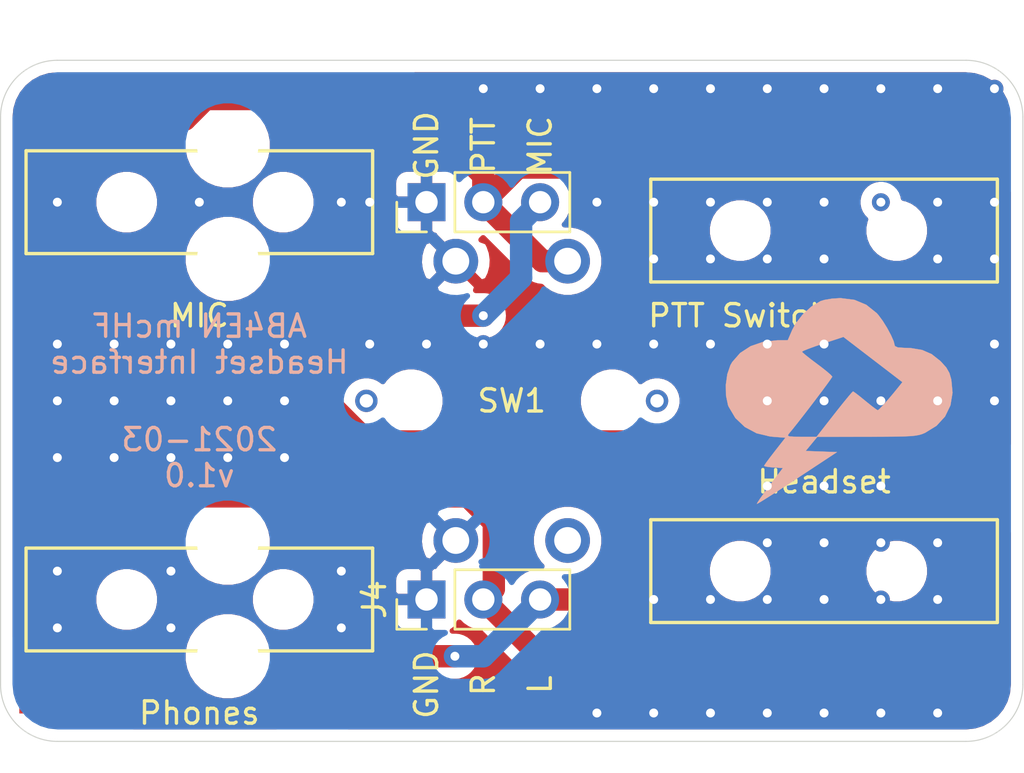
<source format=kicad_pcb>
(kicad_pcb (version 20171130) (host pcbnew 5.1.9-73d0e3b20d~88~ubuntu20.04.1)

  (general
    (thickness 1.6)
    (drawings 16)
    (tracks 119)
    (zones 0)
    (modules 10)
    (nets 14)
  )

  (page A4)
  (layers
    (0 F.Cu signal)
    (31 B.Cu signal)
    (32 B.Adhes user)
    (33 F.Adhes user)
    (34 B.Paste user)
    (35 F.Paste user)
    (36 B.SilkS user)
    (37 F.SilkS user)
    (38 B.Mask user)
    (39 F.Mask user)
    (40 Dwgs.User user)
    (41 Cmts.User user)
    (42 Eco1.User user)
    (43 Eco2.User user)
    (44 Edge.Cuts user)
    (45 Margin user)
    (46 B.CrtYd user)
    (47 F.CrtYd user)
    (48 B.Fab user)
    (49 F.Fab user)
  )

  (setup
    (last_trace_width 1)
    (user_trace_width 1)
    (trace_clearance 0.2)
    (zone_clearance 0.508)
    (zone_45_only no)
    (trace_min 0.2)
    (via_size 0.8)
    (via_drill 0.4)
    (via_min_size 0.4)
    (via_min_drill 0.3)
    (uvia_size 0.3)
    (uvia_drill 0.1)
    (uvias_allowed no)
    (uvia_min_size 0.2)
    (uvia_min_drill 0.1)
    (edge_width 0.05)
    (segment_width 0.2)
    (pcb_text_width 0.3)
    (pcb_text_size 1.5 1.5)
    (mod_edge_width 0.12)
    (mod_text_size 1 1)
    (mod_text_width 0.15)
    (pad_size 1.524 1.524)
    (pad_drill 0.762)
    (pad_to_mask_clearance 0)
    (aux_axis_origin 0 0)
    (visible_elements FFFFFF7F)
    (pcbplotparams
      (layerselection 0x010fc_ffffffff)
      (usegerberextensions false)
      (usegerberattributes true)
      (usegerberadvancedattributes true)
      (creategerberjobfile true)
      (excludeedgelayer true)
      (linewidth 0.100000)
      (plotframeref false)
      (viasonmask false)
      (mode 1)
      (useauxorigin false)
      (hpglpennumber 1)
      (hpglpenspeed 20)
      (hpglpendiameter 15.000000)
      (psnegative false)
      (psa4output false)
      (plotreference true)
      (plotvalue true)
      (plotinvisibletext false)
      (padsonsilk false)
      (subtractmaskfromsilk false)
      (outputformat 1)
      (mirror false)
      (drillshape 1)
      (scaleselection 1)
      (outputdirectory ""))
  )

  (net 0 "")
  (net 1 MIC)
  (net 2 PTT)
  (net 3 "Net-(J1-Pad6)")
  (net 4 "Net-(J1-Pad4)")
  (net 5 GND)
  (net 6 Audio_L)
  (net 7 Audio_R)
  (net 8 "Net-(J2-Pad6)")
  (net 9 "Net-(J2-Pad4)")
  (net 10 "Net-(J5-Pad3)")
  (net 11 "Net-(J5-Pad6)")
  (net 12 "Net-(J5-Pad4)")
  (net 13 "Net-(J6-Pad6)")

  (net_class Default "This is the default net class."
    (clearance 0.2)
    (trace_width 0.25)
    (via_dia 0.8)
    (via_drill 0.4)
    (uvia_dia 0.3)
    (uvia_drill 0.1)
    (add_net Audio_L)
    (add_net Audio_R)
    (add_net GND)
    (add_net MIC)
    (add_net "Net-(J1-Pad4)")
    (add_net "Net-(J1-Pad6)")
    (add_net "Net-(J2-Pad4)")
    (add_net "Net-(J2-Pad6)")
    (add_net "Net-(J5-Pad3)")
    (add_net "Net-(J5-Pad4)")
    (add_net "Net-(J5-Pad6)")
    (add_net "Net-(J6-Pad6)")
    (add_net PTT)
  )

  (module BVH_Logos:SkyIron_logo_Back (layer F.Cu) (tedit 5EC1B53B) (tstamp 60445562)
    (at 203.2 120.65)
    (fp_text reference G*** (at 0 0) (layer F.SilkS) hide
      (effects (font (size 1.524 1.524) (thickness 0.3)))
    )
    (fp_text value LOGO (at 0.75 0) (layer F.SilkS) hide
      (effects (font (size 1.524 1.524) (thickness 0.3)))
    )
    (fp_poly (pts (xy 0.352298 -4.573742) (xy 0.020909 -4.517714) (xy -0.158124 -4.462771) (xy -0.568729 -4.218391)
      (xy -0.960714 -3.860141) (xy -1.282732 -3.44029) (xy -1.423622 -3.174524) (xy -1.623737 -2.712223)
      (xy -2.089404 -2.710306) (xy -2.720813 -2.641024) (xy -3.283692 -2.447098) (xy -3.754039 -2.141285)
      (xy -4.107855 -1.736342) (xy -4.189405 -1.594084) (xy -4.327557 -1.193063) (xy -4.393634 -0.714943)
      (xy -4.38447 -0.230464) (xy -4.296899 0.189635) (xy -4.272125 0.254) (xy -3.96779 0.76751)
      (xy -3.543426 1.170759) (xy -3.017406 1.45105) (xy -2.408103 1.595686) (xy -2.318135 1.604313)
      (xy -1.730121 1.651) (xy -2.206096 2.258653) (xy -2.415447 2.530443) (xy -2.57786 2.749903)
      (xy -2.669836 2.884854) (xy -2.68207 2.910395) (xy -2.605941 2.940286) (xy -2.41146 2.9681)
      (xy -2.262451 2.980076) (xy -1.842832 3.005667) (xy -2.43912 3.795609) (xy -2.66994 4.106555)
      (xy -2.854143 4.364629) (xy -2.972683 4.542435) (xy -3.006906 4.612312) (xy -2.931538 4.575026)
      (xy -2.734381 4.456125) (xy -2.434629 4.267785) (xy -2.051479 4.022182) (xy -1.604125 3.731492)
      (xy -1.200404 3.46641) (xy 0.577596 2.293746) (xy -0.122819 2.268707) (xy -0.823235 2.243667)
      (xy -0.299075 1.608667) (xy 1.917261 1.606807) (xy 2.5952 1.605383) (xy 3.126469 1.601369)
      (xy 3.533727 1.593245) (xy 3.839631 1.579491) (xy 4.066842 1.558584) (xy 4.238018 1.529005)
      (xy 4.375819 1.489233) (xy 4.502904 1.437746) (xy 4.514596 1.432483) (xy 5.028188 1.116403)
      (xy 5.409697 0.701144) (xy 5.651277 0.20259) (xy 5.745077 -0.363375) (xy 5.700865 -0.836434)
      (xy 3.502838 -0.836434) (xy 3.352551 -0.647268) (xy 3.106614 -0.344738) (xy 2.863604 -0.057756)
      (xy 2.648923 0.184998) (xy 2.487973 0.354841) (xy 2.406159 0.423095) (xy 2.404315 0.423334)
      (xy 2.319153 0.372883) (xy 2.140171 0.239209) (xy 1.902512 0.048824) (xy 1.846068 0.00215)
      (xy 1.601324 -0.197243) (xy 1.408953 -0.346257) (xy 1.303542 -0.418301) (xy 1.295421 -0.421183)
      (xy 1.230775 -0.358752) (xy 1.081728 -0.185219) (xy 0.867281 0.07642) (xy 0.606438 0.403172)
      (xy 0.457611 0.592667) (xy -0.336024 1.608667) (xy -1.014169 1.608667) (xy -1.347314 1.606201)
      (xy -1.538528 1.593901) (xy -1.615196 1.564409) (xy -1.604702 1.51037) (xy -1.565741 1.4605)
      (xy -1.399739 1.259055) (xy -1.176672 0.978433) (xy -0.915862 0.644065) (xy -0.636634 0.281383)
      (xy -0.35831 -0.084183) (xy -0.100215 -0.427202) (xy 0.118329 -0.722242) (xy 0.277996 -0.943873)
      (xy 0.359465 -1.066663) (xy 0.36593 -1.081696) (xy 0.301878 -1.158891) (xy 0.129362 -1.309563)
      (xy -0.122157 -1.508952) (xy -0.311404 -1.651) (xy -0.59765 -1.866231) (xy -0.824037 -2.045344)
      (xy -0.961251 -2.164631) (xy -0.988737 -2.1988) (xy -0.913374 -2.243222) (xy -0.708531 -2.326799)
      (xy -0.406075 -2.437298) (xy -0.06203 -2.554522) (xy 0.864676 -2.860681) (xy 2.183757 -1.848558)
      (xy 3.502838 -0.836434) (xy 5.700865 -0.836434) (xy 5.69049 -0.94744) (xy 5.604056 -1.246889)
      (xy 5.464262 -1.492027) (xy 5.229643 -1.753243) (xy 5.196794 -1.785465) (xy 4.811365 -2.090263)
      (xy 4.38453 -2.276987) (xy 3.872369 -2.361616) (xy 3.588104 -2.370666) (xy 3.29564 -2.390779)
      (xy 3.166767 -2.451268) (xy 3.159863 -2.4765) (xy 3.113249 -2.665778) (xy 2.990991 -2.943484)
      (xy 2.819216 -3.262706) (xy 2.624052 -3.576536) (xy 2.431628 -3.838063) (xy 2.351763 -3.92734)
      (xy 1.886228 -4.298801) (xy 1.359586 -4.518799) (xy 0.751632 -4.595544) (xy 0.706572 -4.595766)
      (xy 0.352298 -4.573742)) (layer B.SilkS) (width 0.01))
  )

  (module BVH_Features:StrainRelief_SmallZipTie (layer F.Cu) (tedit 6043F086) (tstamp 604450C2)
    (at 176.53 129.54 90)
    (fp_text reference REF** (at 0 2.54 90) (layer F.SilkS) hide
      (effects (font (size 1 1) (thickness 0.15)))
    )
    (fp_text value StrainRelief_SmallZipTie (at 0 -5.08 90) (layer F.Fab) hide
      (effects (font (size 1 1) (thickness 0.15)))
    )
    (pad "" np_thru_hole circle (at 2.54 0 90) (size 2.75 2.75) (drill 2.75) (layers *.Cu *.Mask))
    (pad "" np_thru_hole circle (at -2.54 0 90) (size 2.75 2.75) (drill 2.75) (layers *.Cu *.Mask))
  )

  (module BVH_Features:StrainRelief_SmallZipTie (layer F.Cu) (tedit 6043F086) (tstamp 6044500E)
    (at 176.53 111.76 90)
    (fp_text reference REF** (at 0 2.54 90) (layer F.SilkS) hide
      (effects (font (size 1 1) (thickness 0.15)))
    )
    (fp_text value StrainRelief_SmallZipTie (at 0 -5.08 90) (layer F.Fab) hide
      (effects (font (size 1 1) (thickness 0.15)))
    )
    (pad "" np_thru_hole circle (at 2.54 0 90) (size 2.75 2.75) (drill 2.75) (layers *.Cu *.Mask))
    (pad "" np_thru_hole circle (at -2.54 0 90) (size 2.75 2.75) (drill 2.75) (layers *.Cu *.Mask))
  )

  (module BVH_Switches:TacButton_12mm_12mm_LED-optional (layer F.Cu) (tedit 5DD1B9DC) (tstamp 60444BC0)
    (at 189.23 120.65 270)
    (path /6045961A)
    (fp_text reference SW1 (at 0 0 180) (layer F.SilkS)
      (effects (font (size 1 1) (thickness 0.15)))
    )
    (fp_text value PTT (at 0 -0.2 90) (layer F.Fab)
      (effects (font (size 1 1) (thickness 0.15)))
    )
    (fp_line (start -6 -6) (end 6 -6) (layer Dwgs.User) (width 0.15))
    (fp_line (start -6 6) (end 6 6) (layer Dwgs.User) (width 0.15))
    (fp_line (start -6 -6) (end -6 6) (layer Dwgs.User) (width 0.15))
    (fp_line (start 6 -6) (end 6 6) (layer Dwgs.User) (width 0.15))
    (pad "" np_thru_hole circle (at 0 4.5 270) (size 1.8 1.8) (drill 1.8) (layers *.Cu *.Mask))
    (pad "" np_thru_hole circle (at 0 -4.5 270) (size 1.8 1.8) (drill 1.8) (layers *.Cu *.Mask))
    (pad 4 thru_hole circle (at 0 6.5 270) (size 1 1) (drill 0.6) (layers *.Cu *.Mask))
    (pad 3 thru_hole circle (at 0 -6.5 270) (size 1 1) (drill 0.6) (layers *.Cu *.Mask))
    (pad 2 thru_hole circle (at 6.25 2.5 270) (size 2 2) (drill 1.2) (layers *.Cu *.Mask)
      (net 5 GND))
    (pad 2 thru_hole circle (at -6.25 2.5 270) (size 2 2) (drill 1.2) (layers *.Cu *.Mask)
      (net 5 GND))
    (pad 1 thru_hole circle (at 6.25 -2.5 270) (size 2 2) (drill 1.2) (layers *.Cu *.Mask)
      (net 2 PTT))
    (pad 1 thru_hole circle (at -6.25 -2.5 270) (size 2 2) (drill 1.2) (layers *.Cu *.Mask)
      (net 2 PTT))
  )

  (module BVH_Connectors_Misc:SJ-43515RS-SMT-TR (layer F.Cu) (tedit 5DE125E7) (tstamp 60444BB0)
    (at 203.2 128.27 180)
    (descr https://www.cuidevices.com/product/resource/sj-4351x-smt.pdf)
    (path /604437E7)
    (fp_text reference Headset (at 0 4) (layer F.SilkS)
      (effects (font (size 1 1) (thickness 0.15)))
    )
    (fp_text value Headset (at 0 -8.2) (layer F.Fab)
      (effects (font (size 1 1) (thickness 0.15)))
    )
    (fp_line (start -7.75 -2.3) (end 7.75 -2.3) (layer F.SilkS) (width 0.15))
    (fp_line (start 7.75 -2.3) (end 7.75 2.3) (layer F.SilkS) (width 0.15))
    (fp_line (start -7.75 2.3) (end 7.75 2.3) (layer F.SilkS) (width 0.15))
    (fp_line (start -7.75 -2.3) (end -7.75 2.3) (layer F.SilkS) (width 0.15))
    (fp_line (start -8.6 -1.1) (end -8.6 2.3) (layer Dwgs.User) (width 0.12))
    (fp_line (start -8.6 2.3) (end -7.8 2.3) (layer Dwgs.User) (width 0.12))
    (fp_line (start -8.6 -1.1) (end -8.6 -2.3) (layer Dwgs.User) (width 0.12))
    (fp_line (start -8.6 -2.3) (end -7.7 -2.3) (layer Dwgs.User) (width 0.12))
    (pad "" np_thru_hole circle (at 3.75 0 180) (size 1.7 1.7) (drill 1.7) (layers *.Cu *.Mask))
    (pad "" np_thru_hole circle (at -3.25 0 180) (size 1.7 1.7) (drill 1.7) (layers *.Cu *.Mask))
    (pad 2 smd rect (at 5.05 3.7 180) (size 2.8 2.8) (layers F.Cu F.Paste F.Mask)
      (net 6 Audio_L))
    (pad 3 smd rect (at -2.45 -3.7 180) (size 2.2 2.8) (layers F.Cu F.Paste F.Mask)
      (net 7 Audio_R))
    (pad 6 smd rect (at -5.25 -3.7 180) (size 2 2.8) (layers F.Cu F.Paste F.Mask)
      (net 13 "Net-(J6-Pad6)"))
    (pad 4 smd rect (at -4.25 3.7 180) (size 2.2 2.8) (layers F.Cu F.Paste F.Mask)
      (net 5 GND))
    (pad 1 smd rect (at -7.05 3.7 180) (size 2 2.8) (layers F.Cu F.Paste F.Mask)
      (net 1 MIC))
  )

  (module BVH_Connectors_Misc:SJ-43515RS-SMT-TR (layer F.Cu) (tedit 5DE125E7) (tstamp 60444B9D)
    (at 203.2 113.03 180)
    (descr https://www.cuidevices.com/product/resource/sj-4351x-smt.pdf)
    (path /60442B79)
    (fp_text reference "PTT Switch" (at 3.81 -3.81) (layer F.SilkS)
      (effects (font (size 1 1) (thickness 0.15)))
    )
    (fp_text value PTT (at 0 -8.2) (layer F.Fab)
      (effects (font (size 1 1) (thickness 0.15)))
    )
    (fp_line (start -7.75 -2.3) (end 7.75 -2.3) (layer F.SilkS) (width 0.15))
    (fp_line (start 7.75 -2.3) (end 7.75 2.3) (layer F.SilkS) (width 0.15))
    (fp_line (start -7.75 2.3) (end 7.75 2.3) (layer F.SilkS) (width 0.15))
    (fp_line (start -7.75 -2.3) (end -7.75 2.3) (layer F.SilkS) (width 0.15))
    (fp_line (start -8.6 -1.1) (end -8.6 2.3) (layer Dwgs.User) (width 0.12))
    (fp_line (start -8.6 2.3) (end -7.8 2.3) (layer Dwgs.User) (width 0.12))
    (fp_line (start -8.6 -1.1) (end -8.6 -2.3) (layer Dwgs.User) (width 0.12))
    (fp_line (start -8.6 -2.3) (end -7.7 -2.3) (layer Dwgs.User) (width 0.12))
    (pad "" np_thru_hole circle (at 3.75 0 180) (size 1.7 1.7) (drill 1.7) (layers *.Cu *.Mask))
    (pad "" np_thru_hole circle (at -3.25 0 180) (size 1.7 1.7) (drill 1.7) (layers *.Cu *.Mask))
    (pad 2 smd rect (at 5.05 3.7 180) (size 2.8 2.8) (layers F.Cu F.Paste F.Mask)
      (net 2 PTT))
    (pad 3 smd rect (at -2.45 -3.7 180) (size 2.2 2.8) (layers F.Cu F.Paste F.Mask)
      (net 10 "Net-(J5-Pad3)"))
    (pad 6 smd rect (at -5.25 -3.7 180) (size 2 2.8) (layers F.Cu F.Paste F.Mask)
      (net 11 "Net-(J5-Pad6)"))
    (pad 4 smd rect (at -4.25 3.7 180) (size 2.2 2.8) (layers F.Cu F.Paste F.Mask)
      (net 12 "Net-(J5-Pad4)"))
    (pad 1 smd rect (at -7.05 3.7 180) (size 2 2.8) (layers F.Cu F.Paste F.Mask)
      (net 5 GND))
  )

  (module Connector_PinHeader_2.54mm:PinHeader_1x03_P2.54mm_Vertical (layer F.Cu) (tedit 59FED5CC) (tstamp 60444B8A)
    (at 185.42 129.54 90)
    (descr "Through hole straight pin header, 1x03, 2.54mm pitch, single row")
    (tags "Through hole pin header THT 1x03 2.54mm single row")
    (path /60451CCF)
    (fp_text reference J4 (at 0 -2.33 90) (layer F.SilkS)
      (effects (font (size 1 1) (thickness 0.15)))
    )
    (fp_text value PHONE_CONN (at 0 7.41 90) (layer F.Fab)
      (effects (font (size 1 1) (thickness 0.15)))
    )
    (fp_text user %R (at 0 2.54) (layer F.Fab)
      (effects (font (size 1 1) (thickness 0.15)))
    )
    (fp_line (start -0.635 -1.27) (end 1.27 -1.27) (layer F.Fab) (width 0.1))
    (fp_line (start 1.27 -1.27) (end 1.27 6.35) (layer F.Fab) (width 0.1))
    (fp_line (start 1.27 6.35) (end -1.27 6.35) (layer F.Fab) (width 0.1))
    (fp_line (start -1.27 6.35) (end -1.27 -0.635) (layer F.Fab) (width 0.1))
    (fp_line (start -1.27 -0.635) (end -0.635 -1.27) (layer F.Fab) (width 0.1))
    (fp_line (start -1.33 6.41) (end 1.33 6.41) (layer F.SilkS) (width 0.12))
    (fp_line (start -1.33 1.27) (end -1.33 6.41) (layer F.SilkS) (width 0.12))
    (fp_line (start 1.33 1.27) (end 1.33 6.41) (layer F.SilkS) (width 0.12))
    (fp_line (start -1.33 1.27) (end 1.33 1.27) (layer F.SilkS) (width 0.12))
    (fp_line (start -1.33 0) (end -1.33 -1.33) (layer F.SilkS) (width 0.12))
    (fp_line (start -1.33 -1.33) (end 0 -1.33) (layer F.SilkS) (width 0.12))
    (fp_line (start -1.8 -1.8) (end -1.8 6.85) (layer F.CrtYd) (width 0.05))
    (fp_line (start -1.8 6.85) (end 1.8 6.85) (layer F.CrtYd) (width 0.05))
    (fp_line (start 1.8 6.85) (end 1.8 -1.8) (layer F.CrtYd) (width 0.05))
    (fp_line (start 1.8 -1.8) (end -1.8 -1.8) (layer F.CrtYd) (width 0.05))
    (pad 3 thru_hole oval (at 0 5.08 90) (size 1.7 1.7) (drill 1) (layers *.Cu *.Mask)
      (net 6 Audio_L))
    (pad 2 thru_hole oval (at 0 2.54 90) (size 1.7 1.7) (drill 1) (layers *.Cu *.Mask)
      (net 7 Audio_R))
    (pad 1 thru_hole rect (at 0 0 90) (size 1.7 1.7) (drill 1) (layers *.Cu *.Mask)
      (net 5 GND))
    (model ${KISYS3DMOD}/Connector_PinHeader_2.54mm.3dshapes/PinHeader_1x03_P2.54mm_Vertical.wrl
      (at (xyz 0 0 0))
      (scale (xyz 1 1 1))
      (rotate (xyz 0 0 0))
    )
  )

  (module Connector_PinHeader_2.54mm:PinHeader_1x03_P2.54mm_Vertical (layer F.Cu) (tedit 59FED5CC) (tstamp 60444CD2)
    (at 185.42 111.76 90)
    (descr "Through hole straight pin header, 1x03, 2.54mm pitch, single row")
    (tags "Through hole pin header THT 1x03 2.54mm single row")
    (path /604558A4)
    (fp_text reference J3 (at 2.54 2.54 180) (layer F.SilkS) hide
      (effects (font (size 1 1) (thickness 0.15)))
    )
    (fp_text value MIC_CONN (at 0 7.41 90) (layer F.Fab)
      (effects (font (size 1 1) (thickness 0.15)))
    )
    (fp_text user %R (at 0 2.54) (layer F.Fab)
      (effects (font (size 1 1) (thickness 0.15)))
    )
    (fp_line (start -0.635 -1.27) (end 1.27 -1.27) (layer F.Fab) (width 0.1))
    (fp_line (start 1.27 -1.27) (end 1.27 6.35) (layer F.Fab) (width 0.1))
    (fp_line (start 1.27 6.35) (end -1.27 6.35) (layer F.Fab) (width 0.1))
    (fp_line (start -1.27 6.35) (end -1.27 -0.635) (layer F.Fab) (width 0.1))
    (fp_line (start -1.27 -0.635) (end -0.635 -1.27) (layer F.Fab) (width 0.1))
    (fp_line (start -1.33 6.41) (end 1.33 6.41) (layer F.SilkS) (width 0.12))
    (fp_line (start -1.33 1.27) (end -1.33 6.41) (layer F.SilkS) (width 0.12))
    (fp_line (start 1.33 1.27) (end 1.33 6.41) (layer F.SilkS) (width 0.12))
    (fp_line (start -1.33 1.27) (end 1.33 1.27) (layer F.SilkS) (width 0.12))
    (fp_line (start -1.33 0) (end -1.33 -1.33) (layer F.SilkS) (width 0.12))
    (fp_line (start -1.33 -1.33) (end 0 -1.33) (layer F.SilkS) (width 0.12))
    (fp_line (start -1.8 -1.8) (end -1.8 6.85) (layer F.CrtYd) (width 0.05))
    (fp_line (start -1.8 6.85) (end 1.8 6.85) (layer F.CrtYd) (width 0.05))
    (fp_line (start 1.8 6.85) (end 1.8 -1.8) (layer F.CrtYd) (width 0.05))
    (fp_line (start 1.8 -1.8) (end -1.8 -1.8) (layer F.CrtYd) (width 0.05))
    (pad 3 thru_hole oval (at 0 5.08 90) (size 1.7 1.7) (drill 1) (layers *.Cu *.Mask)
      (net 1 MIC))
    (pad 2 thru_hole oval (at 0 2.54 90) (size 1.7 1.7) (drill 1) (layers *.Cu *.Mask)
      (net 2 PTT))
    (pad 1 thru_hole rect (at 0 0 90) (size 1.7 1.7) (drill 1) (layers *.Cu *.Mask)
      (net 5 GND))
    (model ${KISYS3DMOD}/Connector_PinHeader_2.54mm.3dshapes/PinHeader_1x03_P2.54mm_Vertical.wrl
      (at (xyz 0 0 0))
      (scale (xyz 1 1 1))
      (rotate (xyz 0 0 0))
    )
  )

  (module BVH_Connectors_Misc:SJ-43515RS-SMT-TR (layer F.Cu) (tedit 5DE125E7) (tstamp 60444B5C)
    (at 175.26 129.54)
    (descr https://www.cuidevices.com/product/resource/sj-4351x-smt.pdf)
    (path /60442159)
    (fp_text reference Phones (at 0 5.08) (layer F.SilkS)
      (effects (font (size 1 1) (thickness 0.15)))
    )
    (fp_text value PHONE (at 0 -8.2) (layer F.Fab)
      (effects (font (size 1 1) (thickness 0.15)))
    )
    (fp_line (start -7.75 -2.3) (end 7.75 -2.3) (layer F.SilkS) (width 0.15))
    (fp_line (start 7.75 -2.3) (end 7.75 2.3) (layer F.SilkS) (width 0.15))
    (fp_line (start -7.75 2.3) (end 7.75 2.3) (layer F.SilkS) (width 0.15))
    (fp_line (start -7.75 -2.3) (end -7.75 2.3) (layer F.SilkS) (width 0.15))
    (fp_line (start -8.6 -1.1) (end -8.6 2.3) (layer Dwgs.User) (width 0.12))
    (fp_line (start -8.6 2.3) (end -7.8 2.3) (layer Dwgs.User) (width 0.12))
    (fp_line (start -8.6 -1.1) (end -8.6 -2.3) (layer Dwgs.User) (width 0.12))
    (fp_line (start -8.6 -2.3) (end -7.7 -2.3) (layer Dwgs.User) (width 0.12))
    (pad "" np_thru_hole circle (at 3.75 0) (size 1.7 1.7) (drill 1.7) (layers *.Cu *.Mask))
    (pad "" np_thru_hole circle (at -3.25 0) (size 1.7 1.7) (drill 1.7) (layers *.Cu *.Mask))
    (pad 2 smd rect (at 5.05 3.7) (size 2.8 2.8) (layers F.Cu F.Paste F.Mask)
      (net 6 Audio_L))
    (pad 3 smd rect (at -2.45 -3.7) (size 2.2 2.8) (layers F.Cu F.Paste F.Mask)
      (net 7 Audio_R))
    (pad 6 smd rect (at -5.25 -3.7) (size 2 2.8) (layers F.Cu F.Paste F.Mask)
      (net 8 "Net-(J2-Pad6)"))
    (pad 4 smd rect (at -4.25 3.7) (size 2.2 2.8) (layers F.Cu F.Paste F.Mask)
      (net 9 "Net-(J2-Pad4)"))
    (pad 1 smd rect (at -7.05 3.7) (size 2 2.8) (layers F.Cu F.Paste F.Mask)
      (net 5 GND))
  )

  (module BVH_Connectors_Misc:SJ-43515RS-SMT-TR (layer F.Cu) (tedit 5DE125E7) (tstamp 60444B49)
    (at 175.26 111.76)
    (descr https://www.cuidevices.com/product/resource/sj-4351x-smt.pdf)
    (path /60441095)
    (fp_text reference MIC (at 0 5.08) (layer F.SilkS)
      (effects (font (size 1 1) (thickness 0.15)))
    )
    (fp_text value MIC (at 0 -8.2) (layer F.Fab)
      (effects (font (size 1 1) (thickness 0.15)))
    )
    (fp_line (start -7.75 -2.3) (end 7.75 -2.3) (layer F.SilkS) (width 0.15))
    (fp_line (start 7.75 -2.3) (end 7.75 2.3) (layer F.SilkS) (width 0.15))
    (fp_line (start -7.75 2.3) (end 7.75 2.3) (layer F.SilkS) (width 0.15))
    (fp_line (start -7.75 -2.3) (end -7.75 2.3) (layer F.SilkS) (width 0.15))
    (fp_line (start -8.6 -1.1) (end -8.6 2.3) (layer Dwgs.User) (width 0.12))
    (fp_line (start -8.6 2.3) (end -7.8 2.3) (layer Dwgs.User) (width 0.12))
    (fp_line (start -8.6 -1.1) (end -8.6 -2.3) (layer Dwgs.User) (width 0.12))
    (fp_line (start -8.6 -2.3) (end -7.7 -2.3) (layer Dwgs.User) (width 0.12))
    (pad "" np_thru_hole circle (at 3.75 0) (size 1.7 1.7) (drill 1.7) (layers *.Cu *.Mask))
    (pad "" np_thru_hole circle (at -3.25 0) (size 1.7 1.7) (drill 1.7) (layers *.Cu *.Mask))
    (pad 2 smd rect (at 5.05 3.7) (size 2.8 2.8) (layers F.Cu F.Paste F.Mask)
      (net 1 MIC))
    (pad 3 smd rect (at -2.45 -3.7) (size 2.2 2.8) (layers F.Cu F.Paste F.Mask)
      (net 2 PTT))
    (pad 6 smd rect (at -5.25 -3.7) (size 2 2.8) (layers F.Cu F.Paste F.Mask)
      (net 3 "Net-(J1-Pad6)"))
    (pad 4 smd rect (at -4.25 3.7) (size 2.2 2.8) (layers F.Cu F.Paste F.Mask)
      (net 4 "Net-(J1-Pad4)"))
    (pad 1 smd rect (at -7.05 3.7) (size 2 2.8) (layers F.Cu F.Paste F.Mask)
      (net 5 GND))
  )

  (gr_text "2021-03\nv1.0" (at 175.26 123.19) (layer B.SilkS)
    (effects (font (size 1 1) (thickness 0.15)) (justify mirror))
  )
  (gr_text "AB4EN mcHF\nHeadset Interface" (at 175.26 118.11) (layer B.SilkS)
    (effects (font (size 1 1) (thickness 0.15)) (justify mirror))
  )
  (gr_text GND (at 185.42 133.35 90) (layer F.SilkS) (tstamp 604452CF)
    (effects (font (size 1 1) (thickness 0.15)))
  )
  (gr_text R (at 187.96 133.35 90) (layer F.SilkS) (tstamp 604452CC)
    (effects (font (size 1 1) (thickness 0.15)))
  )
  (gr_text L (at 190.5 133.35 90) (layer F.SilkS) (tstamp 604452C9)
    (effects (font (size 1 1) (thickness 0.15)))
  )
  (gr_text MIC (at 190.5 109.22 90) (layer F.SilkS) (tstamp 604452C6)
    (effects (font (size 1 1) (thickness 0.15)))
  )
  (gr_text PTT (at 187.96 109.22 90) (layer F.SilkS) (tstamp 604452C0)
    (effects (font (size 1 1) (thickness 0.15)))
  )
  (gr_text GND (at 185.42 109.22 90) (layer F.SilkS)
    (effects (font (size 1 1) (thickness 0.15)))
  )
  (gr_arc (start 168.91 133.35) (end 166.37 133.35) (angle -90) (layer Edge.Cuts) (width 0.05))
  (gr_arc (start 209.55 133.35) (end 209.55 135.89) (angle -90) (layer Edge.Cuts) (width 0.05))
  (gr_arc (start 209.55 107.95) (end 212.09 107.95) (angle -90) (layer Edge.Cuts) (width 0.05))
  (gr_arc (start 168.91 107.95) (end 168.91 105.41) (angle -90) (layer Edge.Cuts) (width 0.05))
  (gr_line (start 166.37 133.35) (end 166.37 107.95) (layer Edge.Cuts) (width 0.05) (tstamp 60445118))
  (gr_line (start 209.55 135.89) (end 168.91 135.89) (layer Edge.Cuts) (width 0.05))
  (gr_line (start 212.09 107.95) (end 212.09 133.35) (layer Edge.Cuts) (width 0.05))
  (gr_line (start 168.91 105.41) (end 209.55 105.41) (layer Edge.Cuts) (width 0.05))

  (via (at 205.74 111.76) (size 0.8) (drill 0.4) (layers F.Cu B.Cu) (net 0))
  (segment (start 210.25 123.609998) (end 210.25 124.57) (width 1) (layer F.Cu) (net 1))
  (segment (start 209.110001 122.469999) (end 210.25 123.609998) (width 1) (layer F.Cu) (net 1))
  (segment (start 182.773997 122.469999) (end 209.110001 122.469999) (width 1) (layer F.Cu) (net 1))
  (segment (start 180.31 120.006002) (end 182.773997 122.469999) (width 1) (layer F.Cu) (net 1))
  (segment (start 180.31 115.46) (end 180.31 120.006002) (width 1) (layer F.Cu) (net 1))
  (via (at 187.96 116.84) (size 0.8) (drill 0.4) (layers F.Cu B.Cu) (net 1))
  (segment (start 189.650001 115.149999) (end 187.96 116.84) (width 1) (layer B.Cu) (net 1))
  (segment (start 189.650001 112.609999) (end 189.650001 115.149999) (width 1) (layer B.Cu) (net 1))
  (segment (start 190.5 111.76) (end 189.650001 112.609999) (width 1) (layer B.Cu) (net 1))
  (segment (start 181.69 116.84) (end 180.31 115.46) (width 1) (layer F.Cu) (net 1))
  (segment (start 187.96 116.84) (end 181.69 116.84) (width 1) (layer F.Cu) (net 1))
  (segment (start 175.533999 107.144999) (end 184.54708 107.144999) (width 1) (layer F.Cu) (net 2))
  (segment (start 187.96 110.557919) (end 187.96 111.76) (width 1) (layer F.Cu) (net 2))
  (segment (start 174.618998 108.06) (end 175.533999 107.144999) (width 1) (layer F.Cu) (net 2))
  (segment (start 184.54708 107.144999) (end 187.96 110.557919) (width 1) (layer F.Cu) (net 2))
  (segment (start 172.81 108.06) (end 174.618998 108.06) (width 1) (layer F.Cu) (net 2))
  (segment (start 197.270001 110.209999) (end 198.15 109.33) (width 1) (layer F.Cu) (net 2))
  (segment (start 189.510001 110.209999) (end 197.270001 110.209999) (width 1) (layer F.Cu) (net 2))
  (segment (start 187.96 111.76) (end 189.510001 110.209999) (width 1) (layer F.Cu) (net 2))
  (segment (start 190.6 114.4) (end 191.73 114.4) (width 1) (layer F.Cu) (net 2))
  (segment (start 187.96 111.76) (end 190.6 114.4) (width 1) (layer F.Cu) (net 2))
  (via (at 168.91 111.76) (size 0.8) (drill 0.4) (layers F.Cu B.Cu) (net 5))
  (via (at 175.26 111.76) (size 0.8) (drill 0.4) (layers F.Cu B.Cu) (net 5))
  (via (at 181.61 111.76) (size 0.8) (drill 0.4) (layers F.Cu B.Cu) (net 5))
  (via (at 182.88 111.76) (size 0.8) (drill 0.4) (layers F.Cu B.Cu) (net 5))
  (via (at 193.04 111.76) (size 0.8) (drill 0.4) (layers F.Cu B.Cu) (net 5))
  (via (at 195.58 111.76) (size 0.8) (drill 0.4) (layers F.Cu B.Cu) (net 5))
  (via (at 198.12 111.76) (size 0.8) (drill 0.4) (layers F.Cu B.Cu) (net 5))
  (via (at 200.66 111.76) (size 0.8) (drill 0.4) (layers F.Cu B.Cu) (net 5))
  (via (at 203.2 111.76) (size 0.8) (drill 0.4) (layers F.Cu B.Cu) (net 5))
  (via (at 208.28 111.76) (size 0.8) (drill 0.4) (layers F.Cu B.Cu) (net 5))
  (via (at 210.82 111.76) (size 0.8) (drill 0.4) (layers F.Cu B.Cu) (net 5))
  (via (at 210.82 106.68) (size 0.8) (drill 0.4) (layers F.Cu B.Cu) (net 5))
  (via (at 208.28 106.68) (size 0.8) (drill 0.4) (layers F.Cu B.Cu) (net 5))
  (via (at 205.74 106.68) (size 0.8) (drill 0.4) (layers F.Cu B.Cu) (net 5))
  (via (at 203.2 106.68) (size 0.8) (drill 0.4) (layers F.Cu B.Cu) (net 5))
  (via (at 200.66 106.68) (size 0.8) (drill 0.4) (layers F.Cu B.Cu) (net 5))
  (via (at 198.12 106.68) (size 0.8) (drill 0.4) (layers F.Cu B.Cu) (net 5))
  (via (at 195.58 106.68) (size 0.8) (drill 0.4) (layers F.Cu B.Cu) (net 5))
  (via (at 193.04 106.68) (size 0.8) (drill 0.4) (layers F.Cu B.Cu) (net 5))
  (via (at 190.5 106.68) (size 0.8) (drill 0.4) (layers F.Cu B.Cu) (net 5))
  (via (at 187.96 106.68) (size 0.8) (drill 0.4) (layers F.Cu B.Cu) (net 5))
  (via (at 168.91 130.81) (size 0.8) (drill 0.4) (layers F.Cu B.Cu) (net 5))
  (via (at 173.99 130.81) (size 0.8) (drill 0.4) (layers F.Cu B.Cu) (net 5))
  (via (at 181.61 130.81) (size 0.8) (drill 0.4) (layers F.Cu B.Cu) (net 5))
  (via (at 181.61 128.27) (size 0.8) (drill 0.4) (layers F.Cu B.Cu) (net 5))
  (via (at 173.99 128.27) (size 0.8) (drill 0.4) (layers F.Cu B.Cu) (net 5))
  (via (at 168.91 128.27) (size 0.8) (drill 0.4) (layers F.Cu B.Cu) (net 5))
  (via (at 168.91 123.19) (size 0.8) (drill 0.4) (layers F.Cu B.Cu) (net 5))
  (via (at 171.45 123.19) (size 0.8) (drill 0.4) (layers F.Cu B.Cu) (net 5))
  (via (at 173.99 123.19) (size 0.8) (drill 0.4) (layers F.Cu B.Cu) (net 5))
  (via (at 176.53 123.19) (size 0.8) (drill 0.4) (layers F.Cu B.Cu) (net 5))
  (via (at 179.07 123.19) (size 0.8) (drill 0.4) (layers F.Cu B.Cu) (net 5))
  (via (at 179.07 120.65) (size 0.8) (drill 0.4) (layers F.Cu B.Cu) (net 5))
  (via (at 176.53 120.65) (size 0.8) (drill 0.4) (layers F.Cu B.Cu) (net 5))
  (via (at 173.99 120.65) (size 0.8) (drill 0.4) (layers F.Cu B.Cu) (net 5))
  (via (at 171.45 120.65) (size 0.8) (drill 0.4) (layers F.Cu B.Cu) (net 5))
  (via (at 168.91 120.65) (size 0.8) (drill 0.4) (layers F.Cu B.Cu) (net 5))
  (via (at 179.07 118.11) (size 0.8) (drill 0.4) (layers F.Cu B.Cu) (net 5) (tstamp 60445462))
  (via (at 171.45 118.11) (size 0.8) (drill 0.4) (layers F.Cu B.Cu) (net 5) (tstamp 60445463))
  (via (at 176.53 118.11) (size 0.8) (drill 0.4) (layers F.Cu B.Cu) (net 5) (tstamp 60445464))
  (via (at 173.99 118.11) (size 0.8) (drill 0.4) (layers F.Cu B.Cu) (net 5) (tstamp 60445465))
  (via (at 168.91 118.11) (size 0.8) (drill 0.4) (layers F.Cu B.Cu) (net 5) (tstamp 60445466))
  (via (at 182.88 118.11) (size 0.8) (drill 0.4) (layers F.Cu B.Cu) (net 5) (tstamp 6044546C))
  (via (at 190.5 118.11) (size 0.8) (drill 0.4) (layers F.Cu B.Cu) (net 5) (tstamp 6044546D))
  (via (at 187.96 118.11) (size 0.8) (drill 0.4) (layers F.Cu B.Cu) (net 5) (tstamp 6044546E))
  (via (at 185.42 118.11) (size 0.8) (drill 0.4) (layers F.Cu B.Cu) (net 5) (tstamp 6044546F))
  (via (at 193.04 118.11) (size 0.8) (drill 0.4) (layers F.Cu B.Cu) (net 5) (tstamp 60445470))
  (via (at 195.58 118.11) (size 0.8) (drill 0.4) (layers F.Cu B.Cu) (net 5) (tstamp 60445476))
  (via (at 200.66 118.11) (size 0.8) (drill 0.4) (layers F.Cu B.Cu) (net 5) (tstamp 60445477))
  (via (at 198.12 118.11) (size 0.8) (drill 0.4) (layers F.Cu B.Cu) (net 5) (tstamp 60445479))
  (via (at 203.2 118.11) (size 0.8) (drill 0.4) (layers F.Cu B.Cu) (net 5) (tstamp 6044547A))
  (via (at 198.12 134.62) (size 0.8) (drill 0.4) (layers F.Cu B.Cu) (net 5) (tstamp 604454A6))
  (via (at 203.2 134.62) (size 0.8) (drill 0.4) (layers F.Cu B.Cu) (net 5) (tstamp 604454A7))
  (via (at 200.66 134.62) (size 0.8) (drill 0.4) (layers F.Cu B.Cu) (net 5) (tstamp 604454A8))
  (via (at 195.58 134.62) (size 0.8) (drill 0.4) (layers F.Cu B.Cu) (net 5) (tstamp 604454A9))
  (via (at 193.04 134.62) (size 0.8) (drill 0.4) (layers F.Cu B.Cu) (net 5) (tstamp 604454AA))
  (via (at 200.66 129.54) (size 0.8) (drill 0.4) (layers F.Cu B.Cu) (net 5) (tstamp 604454B0))
  (via (at 198.12 129.54) (size 0.8) (drill 0.4) (layers F.Cu B.Cu) (net 5) (tstamp 604454B1))
  (via (at 205.74 129.54) (size 0.8) (drill 0.4) (layers F.Cu B.Cu) (net 5) (tstamp 604454B2))
  (via (at 195.58 129.54) (size 0.8) (drill 0.4) (layers F.Cu B.Cu) (net 5) (tstamp 604454B3))
  (via (at 203.2 129.54) (size 0.8) (drill 0.4) (layers F.Cu B.Cu) (net 5) (tstamp 604454B4))
  (via (at 205.74 134.62) (size 0.8) (drill 0.4) (layers F.Cu B.Cu) (net 5) (tstamp 604454CF))
  (via (at 208.28 134.62) (size 0.8) (drill 0.4) (layers F.Cu B.Cu) (net 5) (tstamp 604454D1))
  (via (at 208.28 129.54) (size 0.8) (drill 0.4) (layers F.Cu B.Cu) (net 5) (tstamp 604454D3))
  (via (at 208.28 127) (size 0.8) (drill 0.4) (layers F.Cu B.Cu) (net 5) (tstamp 604454D5))
  (via (at 205.74 127) (size 0.8) (drill 0.4) (layers F.Cu B.Cu) (net 5) (tstamp 604454D7))
  (via (at 203.2 127) (size 0.8) (drill 0.4) (layers F.Cu B.Cu) (net 5) (tstamp 604454D9))
  (via (at 203.2 124.46) (size 0.8) (drill 0.4) (layers F.Cu B.Cu) (net 5) (tstamp 604454DB))
  (via (at 205.74 124.46) (size 0.8) (drill 0.4) (layers F.Cu B.Cu) (net 5) (tstamp 604454DD))
  (via (at 200.66 124.46) (size 0.8) (drill 0.4) (layers F.Cu B.Cu) (net 5) (tstamp 604454DF))
  (via (at 200.66 127) (size 0.8) (drill 0.4) (layers F.Cu B.Cu) (net 5) (tstamp 604454E1))
  (via (at 200.66 120.65) (size 0.8) (drill 0.4) (layers F.Cu B.Cu) (net 5) (tstamp 604454E3))
  (via (at 203.2 120.65) (size 0.8) (drill 0.4) (layers F.Cu B.Cu) (net 5) (tstamp 604454E5))
  (via (at 205.74 120.65) (size 0.8) (drill 0.4) (layers F.Cu B.Cu) (net 5) (tstamp 604454E7))
  (via (at 208.28 120.65) (size 0.8) (drill 0.4) (layers F.Cu B.Cu) (net 5) (tstamp 604454E9))
  (via (at 210.82 120.65) (size 0.8) (drill 0.4) (layers F.Cu B.Cu) (net 5) (tstamp 604454EB))
  (via (at 210.82 118.11) (size 0.8) (drill 0.4) (layers F.Cu B.Cu) (net 5) (tstamp 604454ED))
  (via (at 210.82 114.3) (size 0.8) (drill 0.4) (layers F.Cu B.Cu) (net 5) (tstamp 604454EF))
  (via (at 208.28 114.3) (size 0.8) (drill 0.4) (layers F.Cu B.Cu) (net 5) (tstamp 604454F1))
  (via (at 203.2 114.3) (size 0.8) (drill 0.4) (layers F.Cu B.Cu) (net 5) (tstamp 604454F3))
  (via (at 200.66 114.3) (size 0.8) (drill 0.4) (layers F.Cu B.Cu) (net 5) (tstamp 604454F5))
  (via (at 198.12 114.3) (size 0.8) (drill 0.4) (layers F.Cu B.Cu) (net 5) (tstamp 604454F7))
  (via (at 195.58 114.3) (size 0.8) (drill 0.4) (layers F.Cu B.Cu) (net 5) (tstamp 604454F9))
  (segment (start 193.18 129.54) (end 190.5 129.54) (width 1) (layer F.Cu) (net 6))
  (segment (start 198.15 124.57) (end 193.18 129.54) (width 1) (layer F.Cu) (net 6))
  (via (at 186.69 132.08) (size 0.8) (drill 0.4) (layers F.Cu B.Cu) (net 6))
  (segment (start 187.96 132.08) (end 186.69 132.08) (width 1) (layer B.Cu) (net 6))
  (segment (start 190.5 129.54) (end 187.96 132.08) (width 1) (layer B.Cu) (net 6))
  (segment (start 181.47 132.08) (end 180.31 133.24) (width 1) (layer F.Cu) (net 6))
  (segment (start 186.69 132.08) (end 181.47 132.08) (width 1) (layer F.Cu) (net 6))
  (segment (start 190.39 131.97) (end 187.96 129.54) (width 1) (layer F.Cu) (net 7))
  (segment (start 205.65 131.97) (end 190.39 131.97) (width 1) (layer F.Cu) (net 7))
  (segment (start 173.725001 124.924999) (end 172.81 125.84) (width 1) (layer F.Cu) (net 7))
  (segment (start 187.271001 124.924999) (end 173.725001 124.924999) (width 1) (layer F.Cu) (net 7))
  (segment (start 188.430001 126.083999) (end 187.271001 124.924999) (width 1) (layer F.Cu) (net 7))
  (segment (start 188.430001 129.069999) (end 188.430001 126.083999) (width 1) (layer F.Cu) (net 7))
  (segment (start 187.96 129.54) (end 188.430001 129.069999) (width 1) (layer F.Cu) (net 7))

  (zone (net 5) (net_name GND) (layer B.Cu) (tstamp 0) (hatch edge 0.508)
    (connect_pads (clearance 0.508))
    (min_thickness 0.254)
    (fill yes (arc_segments 32) (thermal_gap 0.508) (thermal_bridge_width 0.508))
    (polygon
      (pts
        (xy 212.09 135.89) (xy 166.37 135.89) (xy 166.37 105.41) (xy 212.09 105.41)
      )
    )
    (filled_polygon
      (pts
        (xy 209.914545 106.108909) (xy 210.265208 106.21478) (xy 210.588625 106.386744) (xy 210.872484 106.618254) (xy 211.105965 106.900486)
        (xy 211.280183 107.222695) (xy 211.388502 107.572614) (xy 211.43 107.967443) (xy 211.430001 133.317711) (xy 211.391091 133.714545)
        (xy 211.28522 134.065206) (xy 211.113257 134.388623) (xy 210.881748 134.672482) (xy 210.599514 134.905965) (xy 210.277304 135.080184)
        (xy 209.927385 135.188502) (xy 209.532557 135.23) (xy 168.942279 135.23) (xy 168.545455 135.191091) (xy 168.194794 135.08522)
        (xy 167.871377 134.913257) (xy 167.587518 134.681748) (xy 167.354035 134.399514) (xy 167.179816 134.077304) (xy 167.071498 133.727385)
        (xy 167.03 133.332557) (xy 167.03 131.882032) (xy 174.52 131.882032) (xy 174.52 132.277968) (xy 174.597243 132.666296)
        (xy 174.748761 133.032092) (xy 174.968731 133.361301) (xy 175.248699 133.641269) (xy 175.577908 133.861239) (xy 175.943704 134.012757)
        (xy 176.332032 134.09) (xy 176.727968 134.09) (xy 177.116296 134.012757) (xy 177.482092 133.861239) (xy 177.811301 133.641269)
        (xy 178.091269 133.361301) (xy 178.311239 133.032092) (xy 178.462757 132.666296) (xy 178.54 132.277968) (xy 178.54 131.882032)
        (xy 178.462757 131.493704) (xy 178.311239 131.127908) (xy 178.091269 130.798699) (xy 177.811301 130.518731) (xy 177.482092 130.298761)
        (xy 177.116296 130.147243) (xy 176.727968 130.07) (xy 176.332032 130.07) (xy 175.943704 130.147243) (xy 175.577908 130.298761)
        (xy 175.248699 130.518731) (xy 174.968731 130.798699) (xy 174.748761 131.127908) (xy 174.597243 131.493704) (xy 174.52 131.882032)
        (xy 167.03 131.882032) (xy 167.03 129.39374) (xy 170.525 129.39374) (xy 170.525 129.68626) (xy 170.582068 129.973158)
        (xy 170.69401 130.243411) (xy 170.856525 130.486632) (xy 171.063368 130.693475) (xy 171.306589 130.85599) (xy 171.576842 130.967932)
        (xy 171.86374 131.025) (xy 172.15626 131.025) (xy 172.443158 130.967932) (xy 172.713411 130.85599) (xy 172.956632 130.693475)
        (xy 173.163475 130.486632) (xy 173.32599 130.243411) (xy 173.437932 129.973158) (xy 173.495 129.68626) (xy 173.495 129.39374)
        (xy 177.525 129.39374) (xy 177.525 129.68626) (xy 177.582068 129.973158) (xy 177.69401 130.243411) (xy 177.856525 130.486632)
        (xy 178.063368 130.693475) (xy 178.306589 130.85599) (xy 178.576842 130.967932) (xy 178.86374 131.025) (xy 179.15626 131.025)
        (xy 179.443158 130.967932) (xy 179.713411 130.85599) (xy 179.956632 130.693475) (xy 180.163475 130.486632) (xy 180.228042 130.39)
        (xy 183.931928 130.39) (xy 183.944188 130.514482) (xy 183.980498 130.63418) (xy 184.039463 130.744494) (xy 184.118815 130.841185)
        (xy 184.215506 130.920537) (xy 184.32582 130.979502) (xy 184.445518 131.015812) (xy 184.57 131.028072) (xy 185.13425 131.025)
        (xy 185.293 130.86625) (xy 185.293 129.667) (xy 184.09375 129.667) (xy 183.935 129.82575) (xy 183.931928 130.39)
        (xy 180.228042 130.39) (xy 180.32599 130.243411) (xy 180.437932 129.973158) (xy 180.495 129.68626) (xy 180.495 129.39374)
        (xy 180.437932 129.106842) (xy 180.32599 128.836589) (xy 180.228043 128.69) (xy 183.931928 128.69) (xy 183.935 129.25425)
        (xy 184.09375 129.413) (xy 185.293 129.413) (xy 185.293 128.21375) (xy 185.547 128.21375) (xy 185.547 129.413)
        (xy 185.567 129.413) (xy 185.567 129.667) (xy 185.547 129.667) (xy 185.547 130.86625) (xy 185.70575 131.025)
        (xy 186.250482 131.027966) (xy 186.056377 131.131716) (xy 185.883551 131.273551) (xy 185.741716 131.446377) (xy 185.636324 131.643553)
        (xy 185.571423 131.857501) (xy 185.549509 132.08) (xy 185.571423 132.302499) (xy 185.636324 132.516447) (xy 185.741716 132.713623)
        (xy 185.883551 132.886449) (xy 186.056377 133.028284) (xy 186.253553 133.133676) (xy 186.467501 133.198577) (xy 186.634248 133.215)
        (xy 187.904249 133.215) (xy 187.96 133.220491) (xy 188.015751 133.215) (xy 188.015752 133.215) (xy 188.182499 133.198577)
        (xy 188.396447 133.133676) (xy 188.593623 133.028284) (xy 188.766449 132.886449) (xy 188.801996 132.843135) (xy 190.620132 131.025)
        (xy 190.64626 131.025) (xy 190.933158 130.967932) (xy 191.203411 130.85599) (xy 191.446632 130.693475) (xy 191.653475 130.486632)
        (xy 191.81599 130.243411) (xy 191.927932 129.973158) (xy 191.985 129.68626) (xy 191.985 129.39374) (xy 191.927932 129.106842)
        (xy 191.81599 128.836589) (xy 191.653475 128.593368) (xy 191.595107 128.535) (xy 191.891033 128.535) (xy 192.206912 128.472168)
        (xy 192.504463 128.348918) (xy 192.772252 128.169987) (xy 192.818499 128.12374) (xy 197.965 128.12374) (xy 197.965 128.41626)
        (xy 198.022068 128.703158) (xy 198.13401 128.973411) (xy 198.296525 129.216632) (xy 198.503368 129.423475) (xy 198.746589 129.58599)
        (xy 199.016842 129.697932) (xy 199.30374 129.755) (xy 199.59626 129.755) (xy 199.883158 129.697932) (xy 200.153411 129.58599)
        (xy 200.396632 129.423475) (xy 200.603475 129.216632) (xy 200.76599 128.973411) (xy 200.877932 128.703158) (xy 200.935 128.41626)
        (xy 200.935 128.12374) (xy 204.965 128.12374) (xy 204.965 128.41626) (xy 205.022068 128.703158) (xy 205.13401 128.973411)
        (xy 205.296525 129.216632) (xy 205.503368 129.423475) (xy 205.746589 129.58599) (xy 206.016842 129.697932) (xy 206.30374 129.755)
        (xy 206.59626 129.755) (xy 206.883158 129.697932) (xy 207.153411 129.58599) (xy 207.396632 129.423475) (xy 207.603475 129.216632)
        (xy 207.76599 128.973411) (xy 207.877932 128.703158) (xy 207.935 128.41626) (xy 207.935 128.12374) (xy 207.877932 127.836842)
        (xy 207.76599 127.566589) (xy 207.603475 127.323368) (xy 207.396632 127.116525) (xy 207.153411 126.95401) (xy 206.883158 126.842068)
        (xy 206.59626 126.785) (xy 206.30374 126.785) (xy 206.016842 126.842068) (xy 205.746589 126.95401) (xy 205.503368 127.116525)
        (xy 205.296525 127.323368) (xy 205.13401 127.566589) (xy 205.022068 127.836842) (xy 204.965 128.12374) (xy 200.935 128.12374)
        (xy 200.877932 127.836842) (xy 200.76599 127.566589) (xy 200.603475 127.323368) (xy 200.396632 127.116525) (xy 200.153411 126.95401)
        (xy 199.883158 126.842068) (xy 199.59626 126.785) (xy 199.30374 126.785) (xy 199.016842 126.842068) (xy 198.746589 126.95401)
        (xy 198.503368 127.116525) (xy 198.296525 127.323368) (xy 198.13401 127.566589) (xy 198.022068 127.836842) (xy 197.965 128.12374)
        (xy 192.818499 128.12374) (xy 192.999987 127.942252) (xy 193.178918 127.674463) (xy 193.302168 127.376912) (xy 193.365 127.061033)
        (xy 193.365 126.738967) (xy 193.302168 126.423088) (xy 193.178918 126.125537) (xy 192.999987 125.857748) (xy 192.772252 125.630013)
        (xy 192.504463 125.451082) (xy 192.206912 125.327832) (xy 191.891033 125.265) (xy 191.568967 125.265) (xy 191.253088 125.327832)
        (xy 190.955537 125.451082) (xy 190.687748 125.630013) (xy 190.460013 125.857748) (xy 190.281082 126.125537) (xy 190.157832 126.423088)
        (xy 190.095 126.738967) (xy 190.095 127.061033) (xy 190.157832 127.376912) (xy 190.281082 127.674463) (xy 190.460013 127.942252)
        (xy 190.572761 128.055) (xy 190.35374 128.055) (xy 190.066842 128.112068) (xy 189.796589 128.22401) (xy 189.553368 128.386525)
        (xy 189.346525 128.593368) (xy 189.23 128.76776) (xy 189.113475 128.593368) (xy 188.906632 128.386525) (xy 188.663411 128.22401)
        (xy 188.393158 128.112068) (xy 188.10626 128.055) (xy 187.897558 128.055) (xy 187.981083 127.971475) (xy 187.865415 127.855807)
        (xy 188.129814 127.760044) (xy 188.270704 127.470429) (xy 188.352384 127.158892) (xy 188.371718 126.837405) (xy 188.327961 126.518325)
        (xy 188.222795 126.213912) (xy 188.129814 126.039956) (xy 187.865413 125.944192) (xy 186.909605 126.9) (xy 186.923748 126.914143)
        (xy 186.744143 127.093748) (xy 186.73 127.079605) (xy 185.774192 128.035413) (xy 185.781138 128.05459) (xy 185.70575 128.055)
        (xy 185.547 128.21375) (xy 185.293 128.21375) (xy 185.13425 128.055) (xy 184.57 128.051928) (xy 184.445518 128.064188)
        (xy 184.32582 128.100498) (xy 184.215506 128.159463) (xy 184.118815 128.238815) (xy 184.039463 128.335506) (xy 183.980498 128.44582)
        (xy 183.944188 128.565518) (xy 183.931928 128.69) (xy 180.228043 128.69) (xy 180.163475 128.593368) (xy 179.956632 128.386525)
        (xy 179.713411 128.22401) (xy 179.443158 128.112068) (xy 179.15626 128.055) (xy 178.86374 128.055) (xy 178.576842 128.112068)
        (xy 178.306589 128.22401) (xy 178.063368 128.386525) (xy 177.856525 128.593368) (xy 177.69401 128.836589) (xy 177.582068 129.106842)
        (xy 177.525 129.39374) (xy 173.495 129.39374) (xy 173.437932 129.106842) (xy 173.32599 128.836589) (xy 173.163475 128.593368)
        (xy 172.956632 128.386525) (xy 172.713411 128.22401) (xy 172.443158 128.112068) (xy 172.15626 128.055) (xy 171.86374 128.055)
        (xy 171.576842 128.112068) (xy 171.306589 128.22401) (xy 171.063368 128.386525) (xy 170.856525 128.593368) (xy 170.69401 128.836589)
        (xy 170.582068 129.106842) (xy 170.525 129.39374) (xy 167.03 129.39374) (xy 167.03 126.802032) (xy 174.52 126.802032)
        (xy 174.52 127.197968) (xy 174.597243 127.586296) (xy 174.748761 127.952092) (xy 174.968731 128.281301) (xy 175.248699 128.561269)
        (xy 175.577908 128.781239) (xy 175.943704 128.932757) (xy 176.332032 129.01) (xy 176.727968 129.01) (xy 177.116296 128.932757)
        (xy 177.482092 128.781239) (xy 177.811301 128.561269) (xy 178.091269 128.281301) (xy 178.311239 127.952092) (xy 178.462757 127.586296)
        (xy 178.54 127.197968) (xy 178.54 126.962595) (xy 185.088282 126.962595) (xy 185.132039 127.281675) (xy 185.237205 127.586088)
        (xy 185.330186 127.760044) (xy 185.594587 127.855808) (xy 186.550395 126.9) (xy 185.594587 125.944192) (xy 185.330186 126.039956)
        (xy 185.189296 126.329571) (xy 185.107616 126.641108) (xy 185.088282 126.962595) (xy 178.54 126.962595) (xy 178.54 126.802032)
        (xy 178.462757 126.413704) (xy 178.311239 126.047908) (xy 178.121931 125.764587) (xy 185.774192 125.764587) (xy 186.73 126.720395)
        (xy 187.685808 125.764587) (xy 187.590044 125.500186) (xy 187.300429 125.359296) (xy 186.988892 125.277616) (xy 186.667405 125.258282)
        (xy 186.348325 125.302039) (xy 186.043912 125.407205) (xy 185.869956 125.500186) (xy 185.774192 125.764587) (xy 178.121931 125.764587)
        (xy 178.091269 125.718699) (xy 177.811301 125.438731) (xy 177.482092 125.218761) (xy 177.116296 125.067243) (xy 176.727968 124.99)
        (xy 176.332032 124.99) (xy 175.943704 125.067243) (xy 175.577908 125.218761) (xy 175.248699 125.438731) (xy 174.968731 125.718699)
        (xy 174.748761 126.047908) (xy 174.597243 126.413704) (xy 174.52 126.802032) (xy 167.03 126.802032) (xy 167.03 120.538212)
        (xy 181.595 120.538212) (xy 181.595 120.761788) (xy 181.638617 120.981067) (xy 181.724176 121.187624) (xy 181.848388 121.37352)
        (xy 182.00648 121.531612) (xy 182.192376 121.655824) (xy 182.398933 121.741383) (xy 182.618212 121.785) (xy 182.841788 121.785)
        (xy 183.061067 121.741383) (xy 183.267624 121.655824) (xy 183.45352 121.531612) (xy 183.465165 121.519967) (xy 183.537688 121.628505)
        (xy 183.751495 121.842312) (xy 184.002905 122.010299) (xy 184.282257 122.126011) (xy 184.578816 122.185) (xy 184.881184 122.185)
        (xy 185.177743 122.126011) (xy 185.457095 122.010299) (xy 185.708505 121.842312) (xy 185.922312 121.628505) (xy 186.090299 121.377095)
        (xy 186.206011 121.097743) (xy 186.265 120.801184) (xy 186.265 120.498816) (xy 192.195 120.498816) (xy 192.195 120.801184)
        (xy 192.253989 121.097743) (xy 192.369701 121.377095) (xy 192.537688 121.628505) (xy 192.751495 121.842312) (xy 193.002905 122.010299)
        (xy 193.282257 122.126011) (xy 193.578816 122.185) (xy 193.881184 122.185) (xy 194.177743 122.126011) (xy 194.457095 122.010299)
        (xy 194.708505 121.842312) (xy 194.922312 121.628505) (xy 194.994835 121.519967) (xy 195.00648 121.531612) (xy 195.192376 121.655824)
        (xy 195.398933 121.741383) (xy 195.618212 121.785) (xy 195.841788 121.785) (xy 196.061067 121.741383) (xy 196.267624 121.655824)
        (xy 196.45352 121.531612) (xy 196.611612 121.37352) (xy 196.735824 121.187624) (xy 196.821383 120.981067) (xy 196.865 120.761788)
        (xy 196.865 120.538212) (xy 196.821383 120.318933) (xy 196.735824 120.112376) (xy 196.611612 119.92648) (xy 196.45352 119.768388)
        (xy 196.267624 119.644176) (xy 196.061067 119.558617) (xy 195.841788 119.515) (xy 195.618212 119.515) (xy 195.398933 119.558617)
        (xy 195.192376 119.644176) (xy 195.00648 119.768388) (xy 194.994835 119.780033) (xy 194.922312 119.671495) (xy 194.708505 119.457688)
        (xy 194.457095 119.289701) (xy 194.177743 119.173989) (xy 193.881184 119.115) (xy 193.578816 119.115) (xy 193.282257 119.173989)
        (xy 193.002905 119.289701) (xy 192.751495 119.457688) (xy 192.537688 119.671495) (xy 192.369701 119.922905) (xy 192.253989 120.202257)
        (xy 192.195 120.498816) (xy 186.265 120.498816) (xy 186.206011 120.202257) (xy 186.090299 119.922905) (xy 185.922312 119.671495)
        (xy 185.708505 119.457688) (xy 185.457095 119.289701) (xy 185.177743 119.173989) (xy 184.881184 119.115) (xy 184.578816 119.115)
        (xy 184.282257 119.173989) (xy 184.002905 119.289701) (xy 183.751495 119.457688) (xy 183.537688 119.671495) (xy 183.465165 119.780033)
        (xy 183.45352 119.768388) (xy 183.267624 119.644176) (xy 183.061067 119.558617) (xy 182.841788 119.515) (xy 182.618212 119.515)
        (xy 182.398933 119.558617) (xy 182.192376 119.644176) (xy 182.00648 119.768388) (xy 181.848388 119.92648) (xy 181.724176 120.112376)
        (xy 181.638617 120.318933) (xy 181.595 120.538212) (xy 167.03 120.538212) (xy 167.03 114.102032) (xy 174.52 114.102032)
        (xy 174.52 114.497968) (xy 174.597243 114.886296) (xy 174.748761 115.252092) (xy 174.968731 115.581301) (xy 175.248699 115.861269)
        (xy 175.577908 116.081239) (xy 175.943704 116.232757) (xy 176.332032 116.31) (xy 176.727968 116.31) (xy 177.116296 116.232757)
        (xy 177.482092 116.081239) (xy 177.811301 115.861269) (xy 178.091269 115.581301) (xy 178.311239 115.252092) (xy 178.462757 114.886296)
        (xy 178.54 114.497968) (xy 178.54 114.462595) (xy 185.088282 114.462595) (xy 185.132039 114.781675) (xy 185.237205 115.086088)
        (xy 185.330186 115.260044) (xy 185.594587 115.355808) (xy 186.550395 114.4) (xy 185.594587 113.444192) (xy 185.330186 113.539956)
        (xy 185.189296 113.829571) (xy 185.107616 114.141108) (xy 185.088282 114.462595) (xy 178.54 114.462595) (xy 178.54 114.102032)
        (xy 178.462757 113.713704) (xy 178.311239 113.347908) (xy 178.091269 113.018699) (xy 177.811301 112.738731) (xy 177.482092 112.518761)
        (xy 177.116296 112.367243) (xy 176.727968 112.29) (xy 176.332032 112.29) (xy 175.943704 112.367243) (xy 175.577908 112.518761)
        (xy 175.248699 112.738731) (xy 174.968731 113.018699) (xy 174.748761 113.347908) (xy 174.597243 113.713704) (xy 174.52 114.102032)
        (xy 167.03 114.102032) (xy 167.03 111.61374) (xy 170.525 111.61374) (xy 170.525 111.90626) (xy 170.582068 112.193158)
        (xy 170.69401 112.463411) (xy 170.856525 112.706632) (xy 171.063368 112.913475) (xy 171.306589 113.07599) (xy 171.576842 113.187932)
        (xy 171.86374 113.245) (xy 172.15626 113.245) (xy 172.443158 113.187932) (xy 172.713411 113.07599) (xy 172.956632 112.913475)
        (xy 173.163475 112.706632) (xy 173.32599 112.463411) (xy 173.437932 112.193158) (xy 173.495 111.90626) (xy 173.495 111.61374)
        (xy 177.525 111.61374) (xy 177.525 111.90626) (xy 177.582068 112.193158) (xy 177.69401 112.463411) (xy 177.856525 112.706632)
        (xy 178.063368 112.913475) (xy 178.306589 113.07599) (xy 178.576842 113.187932) (xy 178.86374 113.245) (xy 179.15626 113.245)
        (xy 179.443158 113.187932) (xy 179.713411 113.07599) (xy 179.956632 112.913475) (xy 180.163475 112.706632) (xy 180.228042 112.61)
        (xy 183.931928 112.61) (xy 183.944188 112.734482) (xy 183.980498 112.85418) (xy 184.039463 112.964494) (xy 184.118815 113.061185)
        (xy 184.215506 113.140537) (xy 184.32582 113.199502) (xy 184.445518 113.235812) (xy 184.57 113.248072) (xy 185.13425 113.245)
        (xy 185.293 113.08625) (xy 185.293 111.887) (xy 184.09375 111.887) (xy 183.935 112.04575) (xy 183.931928 112.61)
        (xy 180.228042 112.61) (xy 180.32599 112.463411) (xy 180.437932 112.193158) (xy 180.495 111.90626) (xy 180.495 111.61374)
        (xy 180.437932 111.326842) (xy 180.32599 111.056589) (xy 180.228043 110.91) (xy 183.931928 110.91) (xy 183.935 111.47425)
        (xy 184.09375 111.633) (xy 185.293 111.633) (xy 185.293 110.43375) (xy 185.547 110.43375) (xy 185.547 111.633)
        (xy 185.567 111.633) (xy 185.567 111.887) (xy 185.547 111.887) (xy 185.547 113.08625) (xy 185.70575 113.245)
        (xy 185.781138 113.24541) (xy 185.774192 113.264587) (xy 186.73 114.220395) (xy 186.744143 114.206253) (xy 186.923748 114.385858)
        (xy 186.909605 114.4) (xy 186.923748 114.414143) (xy 186.744143 114.593748) (xy 186.73 114.579605) (xy 185.774192 115.535413)
        (xy 185.869956 115.799814) (xy 186.159571 115.940704) (xy 186.471108 116.022384) (xy 186.792595 116.041718) (xy 187.111675 115.997961)
        (xy 187.241895 115.952974) (xy 187.118012 116.076857) (xy 187.011717 116.206378) (xy 186.906324 116.403554) (xy 186.841423 116.617502)
        (xy 186.819509 116.84) (xy 186.841423 117.062498) (xy 186.906324 117.276446) (xy 187.011717 117.473622) (xy 187.153552 117.646448)
        (xy 187.326378 117.788283) (xy 187.523554 117.893676) (xy 187.737502 117.958577) (xy 187.96 117.980491) (xy 188.182498 117.958577)
        (xy 188.396446 117.893676) (xy 188.593622 117.788283) (xy 188.723143 117.681988) (xy 190.413141 115.99199) (xy 190.45645 115.956448)
        (xy 190.598285 115.783622) (xy 190.669029 115.651268) (xy 190.687748 115.669987) (xy 190.955537 115.848918) (xy 191.253088 115.972168)
        (xy 191.568967 116.035) (xy 191.891033 116.035) (xy 192.206912 115.972168) (xy 192.504463 115.848918) (xy 192.772252 115.669987)
        (xy 192.999987 115.442252) (xy 193.178918 115.174463) (xy 193.302168 114.876912) (xy 193.365 114.561033) (xy 193.365 114.238967)
        (xy 193.302168 113.923088) (xy 193.178918 113.625537) (xy 192.999987 113.357748) (xy 192.772252 113.130013) (xy 192.504463 112.951082)
        (xy 192.341886 112.88374) (xy 197.965 112.88374) (xy 197.965 113.17626) (xy 198.022068 113.463158) (xy 198.13401 113.733411)
        (xy 198.296525 113.976632) (xy 198.503368 114.183475) (xy 198.746589 114.34599) (xy 199.016842 114.457932) (xy 199.30374 114.515)
        (xy 199.59626 114.515) (xy 199.883158 114.457932) (xy 200.153411 114.34599) (xy 200.396632 114.183475) (xy 200.603475 113.976632)
        (xy 200.76599 113.733411) (xy 200.877932 113.463158) (xy 200.935 113.17626) (xy 200.935 112.88374) (xy 200.877932 112.596842)
        (xy 200.76599 112.326589) (xy 200.603475 112.083368) (xy 200.396632 111.876525) (xy 200.153411 111.71401) (xy 200.018338 111.658061)
        (xy 204.705 111.658061) (xy 204.705 111.861939) (xy 204.744774 112.061898) (xy 204.822795 112.250256) (xy 204.936063 112.419774)
        (xy 205.04874 112.532451) (xy 205.022068 112.596842) (xy 204.965 112.88374) (xy 204.965 113.17626) (xy 205.022068 113.463158)
        (xy 205.13401 113.733411) (xy 205.296525 113.976632) (xy 205.503368 114.183475) (xy 205.746589 114.34599) (xy 206.016842 114.457932)
        (xy 206.30374 114.515) (xy 206.59626 114.515) (xy 206.883158 114.457932) (xy 207.153411 114.34599) (xy 207.396632 114.183475)
        (xy 207.603475 113.976632) (xy 207.76599 113.733411) (xy 207.877932 113.463158) (xy 207.935 113.17626) (xy 207.935 112.88374)
        (xy 207.877932 112.596842) (xy 207.76599 112.326589) (xy 207.603475 112.083368) (xy 207.396632 111.876525) (xy 207.153411 111.71401)
        (xy 206.883158 111.602068) (xy 206.758948 111.577361) (xy 206.735226 111.458102) (xy 206.657205 111.269744) (xy 206.543937 111.100226)
        (xy 206.399774 110.956063) (xy 206.230256 110.842795) (xy 206.041898 110.764774) (xy 205.841939 110.725) (xy 205.638061 110.725)
        (xy 205.438102 110.764774) (xy 205.249744 110.842795) (xy 205.080226 110.956063) (xy 204.936063 111.100226) (xy 204.822795 111.269744)
        (xy 204.744774 111.458102) (xy 204.705 111.658061) (xy 200.018338 111.658061) (xy 199.883158 111.602068) (xy 199.59626 111.545)
        (xy 199.30374 111.545) (xy 199.016842 111.602068) (xy 198.746589 111.71401) (xy 198.503368 111.876525) (xy 198.296525 112.083368)
        (xy 198.13401 112.326589) (xy 198.022068 112.596842) (xy 197.965 112.88374) (xy 192.341886 112.88374) (xy 192.206912 112.827832)
        (xy 191.891033 112.765) (xy 191.595107 112.765) (xy 191.653475 112.706632) (xy 191.81599 112.463411) (xy 191.927932 112.193158)
        (xy 191.985 111.90626) (xy 191.985 111.61374) (xy 191.927932 111.326842) (xy 191.81599 111.056589) (xy 191.653475 110.813368)
        (xy 191.446632 110.606525) (xy 191.203411 110.44401) (xy 190.933158 110.332068) (xy 190.64626 110.275) (xy 190.35374 110.275)
        (xy 190.066842 110.332068) (xy 189.796589 110.44401) (xy 189.553368 110.606525) (xy 189.346525 110.813368) (xy 189.23 110.98776)
        (xy 189.113475 110.813368) (xy 188.906632 110.606525) (xy 188.663411 110.44401) (xy 188.393158 110.332068) (xy 188.10626 110.275)
        (xy 187.81374 110.275) (xy 187.526842 110.332068) (xy 187.256589 110.44401) (xy 187.013368 110.606525) (xy 186.881513 110.73838)
        (xy 186.859502 110.66582) (xy 186.800537 110.555506) (xy 186.721185 110.458815) (xy 186.624494 110.379463) (xy 186.51418 110.320498)
        (xy 186.394482 110.284188) (xy 186.27 110.271928) (xy 185.70575 110.275) (xy 185.547 110.43375) (xy 185.293 110.43375)
        (xy 185.13425 110.275) (xy 184.57 110.271928) (xy 184.445518 110.284188) (xy 184.32582 110.320498) (xy 184.215506 110.379463)
        (xy 184.118815 110.458815) (xy 184.039463 110.555506) (xy 183.980498 110.66582) (xy 183.944188 110.785518) (xy 183.931928 110.91)
        (xy 180.228043 110.91) (xy 180.163475 110.813368) (xy 179.956632 110.606525) (xy 179.713411 110.44401) (xy 179.443158 110.332068)
        (xy 179.15626 110.275) (xy 178.86374 110.275) (xy 178.576842 110.332068) (xy 178.306589 110.44401) (xy 178.063368 110.606525)
        (xy 177.856525 110.813368) (xy 177.69401 111.056589) (xy 177.582068 111.326842) (xy 177.525 111.61374) (xy 173.495 111.61374)
        (xy 173.437932 111.326842) (xy 173.32599 111.056589) (xy 173.163475 110.813368) (xy 172.956632 110.606525) (xy 172.713411 110.44401)
        (xy 172.443158 110.332068) (xy 172.15626 110.275) (xy 171.86374 110.275) (xy 171.576842 110.332068) (xy 171.306589 110.44401)
        (xy 171.063368 110.606525) (xy 170.856525 110.813368) (xy 170.69401 111.056589) (xy 170.582068 111.326842) (xy 170.525 111.61374)
        (xy 167.03 111.61374) (xy 167.03 109.022032) (xy 174.52 109.022032) (xy 174.52 109.417968) (xy 174.597243 109.806296)
        (xy 174.748761 110.172092) (xy 174.968731 110.501301) (xy 175.248699 110.781269) (xy 175.577908 111.001239) (xy 175.943704 111.152757)
        (xy 176.332032 111.23) (xy 176.727968 111.23) (xy 177.116296 111.152757) (xy 177.482092 111.001239) (xy 177.811301 110.781269)
        (xy 178.091269 110.501301) (xy 178.311239 110.172092) (xy 178.462757 109.806296) (xy 178.54 109.417968) (xy 178.54 109.022032)
        (xy 178.462757 108.633704) (xy 178.311239 108.267908) (xy 178.091269 107.938699) (xy 177.811301 107.658731) (xy 177.482092 107.438761)
        (xy 177.116296 107.287243) (xy 176.727968 107.21) (xy 176.332032 107.21) (xy 175.943704 107.287243) (xy 175.577908 107.438761)
        (xy 175.248699 107.658731) (xy 174.968731 107.938699) (xy 174.748761 108.267908) (xy 174.597243 108.633704) (xy 174.52 109.022032)
        (xy 167.03 109.022032) (xy 167.03 107.982279) (xy 167.068909 107.585455) (xy 167.17478 107.234792) (xy 167.346744 106.911375)
        (xy 167.578254 106.627516) (xy 167.860486 106.394035) (xy 168.182695 106.219817) (xy 168.532614 106.111498) (xy 168.927443 106.07)
        (xy 209.517721 106.07)
      )
    )
  )
  (zone (net 5) (net_name GND) (layer F.Cu) (tstamp 60445459) (hatch edge 0.508)
    (connect_pads (clearance 0.508))
    (min_thickness 0.254)
    (fill yes (arc_segments 32) (thermal_gap 0.508) (thermal_bridge_width 0.508))
    (polygon
      (pts
        (xy 212.162301 135.89) (xy 166.442301 135.89) (xy 166.442301 105.41) (xy 212.162301 105.41)
      )
    )
    (filled_polygon
      (pts
        (xy 209.914545 106.108909) (xy 210.265208 106.21478) (xy 210.588625 106.386744) (xy 210.872484 106.618254) (xy 211.105965 106.900486)
        (xy 211.280183 107.222695) (xy 211.303238 107.297171) (xy 211.25 107.291928) (xy 210.53575 107.295) (xy 210.377 107.45375)
        (xy 210.377 109.203) (xy 210.397 109.203) (xy 210.397 109.457) (xy 210.377 109.457) (xy 210.377 111.20625)
        (xy 210.53575 111.365) (xy 211.25 111.368072) (xy 211.374482 111.355812) (xy 211.43 111.338971) (xy 211.430001 122.561029)
        (xy 211.374482 122.544188) (xy 211.25 122.531928) (xy 210.777062 122.531928) (xy 209.951997 121.706863) (xy 209.91645 121.66355)
        (xy 209.743624 121.521715) (xy 209.546448 121.416323) (xy 209.3325 121.351422) (xy 209.165753 121.334999) (xy 209.165752 121.334999)
        (xy 209.110001 121.329508) (xy 209.05425 121.334999) (xy 196.637351 121.334999) (xy 196.735824 121.187624) (xy 196.821383 120.981067)
        (xy 196.865 120.761788) (xy 196.865 120.538212) (xy 196.821383 120.318933) (xy 196.735824 120.112376) (xy 196.611612 119.92648)
        (xy 196.45352 119.768388) (xy 196.267624 119.644176) (xy 196.061067 119.558617) (xy 195.841788 119.515) (xy 195.618212 119.515)
        (xy 195.398933 119.558617) (xy 195.192376 119.644176) (xy 195.00648 119.768388) (xy 194.994835 119.780033) (xy 194.922312 119.671495)
        (xy 194.708505 119.457688) (xy 194.457095 119.289701) (xy 194.177743 119.173989) (xy 193.881184 119.115) (xy 193.578816 119.115)
        (xy 193.282257 119.173989) (xy 193.002905 119.289701) (xy 192.751495 119.457688) (xy 192.537688 119.671495) (xy 192.369701 119.922905)
        (xy 192.253989 120.202257) (xy 192.195 120.498816) (xy 192.195 120.801184) (xy 192.253989 121.097743) (xy 192.352264 121.334999)
        (xy 186.107736 121.334999) (xy 186.206011 121.097743) (xy 186.265 120.801184) (xy 186.265 120.498816) (xy 186.206011 120.202257)
        (xy 186.090299 119.922905) (xy 185.922312 119.671495) (xy 185.708505 119.457688) (xy 185.457095 119.289701) (xy 185.177743 119.173989)
        (xy 184.881184 119.115) (xy 184.578816 119.115) (xy 184.282257 119.173989) (xy 184.002905 119.289701) (xy 183.751495 119.457688)
        (xy 183.537688 119.671495) (xy 183.465165 119.780033) (xy 183.45352 119.768388) (xy 183.267624 119.644176) (xy 183.061067 119.558617)
        (xy 182.841788 119.515) (xy 182.618212 119.515) (xy 182.398933 119.558617) (xy 182.192376 119.644176) (xy 182.00648 119.768388)
        (xy 181.848388 119.92648) (xy 181.84327 119.93414) (xy 181.445 119.535871) (xy 181.445 117.951751) (xy 181.467501 117.958577)
        (xy 181.69 117.980491) (xy 181.745752 117.975) (xy 188.015752 117.975) (xy 188.182499 117.958577) (xy 188.396447 117.893676)
        (xy 188.593623 117.788284) (xy 188.766449 117.646449) (xy 188.908284 117.473623) (xy 189.013676 117.276447) (xy 189.078577 117.062499)
        (xy 189.100491 116.84) (xy 189.078577 116.617501) (xy 189.013676 116.403553) (xy 188.908284 116.206377) (xy 188.766449 116.033551)
        (xy 188.593623 115.891716) (xy 188.396447 115.786324) (xy 188.182499 115.721423) (xy 188.015752 115.705) (xy 187.624385 115.705)
        (xy 187.685808 115.535413) (xy 186.73 114.579605) (xy 185.774192 115.535413) (xy 185.835615 115.705) (xy 182.348072 115.705)
        (xy 182.348072 114.462595) (xy 185.088282 114.462595) (xy 185.132039 114.781675) (xy 185.237205 115.086088) (xy 185.330186 115.260044)
        (xy 185.594587 115.355808) (xy 186.550395 114.4) (xy 185.594587 113.444192) (xy 185.330186 113.539956) (xy 185.189296 113.829571)
        (xy 185.107616 114.141108) (xy 185.088282 114.462595) (xy 182.348072 114.462595) (xy 182.348072 114.06) (xy 182.335812 113.935518)
        (xy 182.299502 113.81582) (xy 182.240537 113.705506) (xy 182.161185 113.608815) (xy 182.064494 113.529463) (xy 181.95418 113.470498)
        (xy 181.834482 113.434188) (xy 181.71 113.421928) (xy 178.91 113.421928) (xy 178.785518 113.434188) (xy 178.66582 113.470498)
        (xy 178.555506 113.529463) (xy 178.458815 113.608815) (xy 178.432561 113.640805) (xy 178.311239 113.347908) (xy 178.091269 113.018699)
        (xy 177.811301 112.738731) (xy 177.482092 112.518761) (xy 177.116296 112.367243) (xy 176.727968 112.29) (xy 176.332032 112.29)
        (xy 175.943704 112.367243) (xy 175.577908 112.518761) (xy 175.248699 112.738731) (xy 174.968731 113.018699) (xy 174.748761 113.347908)
        (xy 174.597243 113.713704) (xy 174.52 114.102032) (xy 174.52 114.497968) (xy 174.597243 114.886296) (xy 174.748761 115.252092)
        (xy 174.968731 115.581301) (xy 175.248699 115.861269) (xy 175.577908 116.081239) (xy 175.943704 116.232757) (xy 176.332032 116.31)
        (xy 176.727968 116.31) (xy 177.116296 116.232757) (xy 177.482092 116.081239) (xy 177.811301 115.861269) (xy 178.091269 115.581301)
        (xy 178.271928 115.310925) (xy 178.271928 116.86) (xy 178.284188 116.984482) (xy 178.320498 117.10418) (xy 178.379463 117.214494)
        (xy 178.458815 117.311185) (xy 178.555506 117.390537) (xy 178.66582 117.449502) (xy 178.785518 117.485812) (xy 178.91 117.498072)
        (xy 179.175 117.498072) (xy 179.175001 119.950241) (xy 179.169509 120.006002) (xy 179.191423 120.2285) (xy 179.256324 120.442448)
        (xy 179.305384 120.534232) (xy 179.361717 120.639625) (xy 179.503552 120.812451) (xy 179.54686 120.847993) (xy 181.932006 123.23314)
        (xy 181.967548 123.276448) (xy 182.140374 123.418283) (xy 182.323799 123.516325) (xy 182.33755 123.523675) (xy 182.551498 123.588576)
        (xy 182.773997 123.61049) (xy 182.829748 123.604999) (xy 196.111928 123.604999) (xy 196.111928 125.00294) (xy 192.709869 128.405)
        (xy 192.369069 128.405) (xy 192.504463 128.348918) (xy 192.772252 128.169987) (xy 192.999987 127.942252) (xy 193.178918 127.674463)
        (xy 193.302168 127.376912) (xy 193.365 127.061033) (xy 193.365 126.738967) (xy 193.302168 126.423088) (xy 193.178918 126.125537)
        (xy 192.999987 125.857748) (xy 192.772252 125.630013) (xy 192.504463 125.451082) (xy 192.206912 125.327832) (xy 191.891033 125.265)
        (xy 191.568967 125.265) (xy 191.253088 125.327832) (xy 190.955537 125.451082) (xy 190.687748 125.630013) (xy 190.460013 125.857748)
        (xy 190.281082 126.125537) (xy 190.157832 126.423088) (xy 190.095 126.738967) (xy 190.095 127.061033) (xy 190.157832 127.376912)
        (xy 190.281082 127.674463) (xy 190.460013 127.942252) (xy 190.572761 128.055) (xy 190.35374 128.055) (xy 190.066842 128.112068)
        (xy 189.796589 128.22401) (xy 189.565001 128.378752) (xy 189.565001 126.139751) (xy 189.570492 126.083999) (xy 189.548578 125.8615)
        (xy 189.483677 125.647552) (xy 189.378285 125.450376) (xy 189.27199 125.320855) (xy 189.271988 125.320853) (xy 189.23645 125.27755)
        (xy 189.193147 125.242012) (xy 188.112996 124.161863) (xy 188.07745 124.11855) (xy 187.904624 123.976715) (xy 187.707448 123.871323)
        (xy 187.4935 123.806422) (xy 187.326753 123.789999) (xy 187.326752 123.789999) (xy 187.271001 123.784508) (xy 187.21525 123.789999)
        (xy 173.780753 123.789999) (xy 173.725001 123.784508) (xy 173.669249 123.789999) (xy 173.548131 123.801928) (xy 171.71 123.801928)
        (xy 171.585518 123.814188) (xy 171.46582 123.850498) (xy 171.36 123.907061) (xy 171.25418 123.850498) (xy 171.134482 123.814188)
        (xy 171.01 123.801928) (xy 169.01 123.801928) (xy 168.885518 123.814188) (xy 168.76582 123.850498) (xy 168.655506 123.909463)
        (xy 168.558815 123.988815) (xy 168.479463 124.085506) (xy 168.420498 124.19582) (xy 168.384188 124.315518) (xy 168.371928 124.44)
        (xy 168.371928 127.24) (xy 168.384188 127.364482) (xy 168.420498 127.48418) (xy 168.479463 127.594494) (xy 168.558815 127.691185)
        (xy 168.655506 127.770537) (xy 168.76582 127.829502) (xy 168.885518 127.865812) (xy 169.01 127.878072) (xy 171.01 127.878072)
        (xy 171.134482 127.865812) (xy 171.25418 127.829502) (xy 171.36 127.772939) (xy 171.46582 127.829502) (xy 171.585518 127.865812)
        (xy 171.71 127.878072) (xy 173.91 127.878072) (xy 174.034482 127.865812) (xy 174.15418 127.829502) (xy 174.264494 127.770537)
        (xy 174.361185 127.691185) (xy 174.440537 127.594494) (xy 174.499502 127.48418) (xy 174.535812 127.364482) (xy 174.541544 127.306279)
        (xy 174.597243 127.586296) (xy 174.748761 127.952092) (xy 174.968731 128.281301) (xy 175.248699 128.561269) (xy 175.577908 128.781239)
        (xy 175.943704 128.932757) (xy 176.332032 129.01) (xy 176.727968 129.01) (xy 177.116296 128.932757) (xy 177.482092 128.781239)
        (xy 177.811301 128.561269) (xy 178.091269 128.281301) (xy 178.311239 127.952092) (xy 178.462757 127.586296) (xy 178.54 127.197968)
        (xy 178.54 126.802032) (xy 178.462757 126.413704) (xy 178.316247 126.059999) (xy 185.320436 126.059999) (xy 185.189296 126.329571)
        (xy 185.107616 126.641108) (xy 185.088282 126.962595) (xy 185.132039 127.281675) (xy 185.237205 127.586088) (xy 185.330186 127.760044)
        (xy 185.594587 127.855808) (xy 186.550395 126.9) (xy 186.536253 126.885858) (xy 186.715858 126.706253) (xy 186.73 126.720395)
        (xy 186.744143 126.706253) (xy 186.923748 126.885858) (xy 186.909605 126.9) (xy 186.923748 126.914143) (xy 186.744143 127.093748)
        (xy 186.73 127.079605) (xy 185.774192 128.035413) (xy 185.781138 128.05459) (xy 185.70575 128.055) (xy 185.547 128.21375)
        (xy 185.547 129.413) (xy 185.567 129.413) (xy 185.567 129.667) (xy 185.547 129.667) (xy 185.547 129.687)
        (xy 185.293 129.687) (xy 185.293 129.667) (xy 184.09375 129.667) (xy 183.935 129.82575) (xy 183.931928 130.39)
        (xy 183.944188 130.514482) (xy 183.980498 130.63418) (xy 184.039463 130.744494) (xy 184.118815 130.841185) (xy 184.215506 130.920537)
        (xy 184.261272 130.945) (xy 181.525752 130.945) (xy 181.47 130.939509) (xy 181.247501 130.961423) (xy 181.033553 131.026324)
        (xy 180.836377 131.131716) (xy 180.750823 131.201928) (xy 178.91 131.201928) (xy 178.785518 131.214188) (xy 178.66582 131.250498)
        (xy 178.555506 131.309463) (xy 178.458815 131.388815) (xy 178.432561 131.420805) (xy 178.311239 131.127908) (xy 178.091269 130.798699)
        (xy 177.811301 130.518731) (xy 177.482092 130.298761) (xy 177.116296 130.147243) (xy 176.727968 130.07) (xy 176.332032 130.07)
        (xy 175.943704 130.147243) (xy 175.577908 130.298761) (xy 175.248699 130.518731) (xy 174.968731 130.798699) (xy 174.748761 131.127908)
        (xy 174.597243 131.493704) (xy 174.52 131.882032) (xy 174.52 132.277968) (xy 174.597243 132.666296) (xy 174.748761 133.032092)
        (xy 174.968731 133.361301) (xy 175.248699 133.641269) (xy 175.577908 133.861239) (xy 175.943704 134.012757) (xy 176.332032 134.09)
        (xy 176.727968 134.09) (xy 177.116296 134.012757) (xy 177.482092 133.861239) (xy 177.811301 133.641269) (xy 178.091269 133.361301)
        (xy 178.271928 133.090925) (xy 178.271928 134.64) (xy 178.284188 134.764482) (xy 178.320498 134.88418) (xy 178.379463 134.994494)
        (xy 178.458815 135.091185) (xy 178.555506 135.170537) (xy 178.66582 135.229502) (xy 178.667462 135.23) (xy 172.352538 135.23)
        (xy 172.35418 135.229502) (xy 172.464494 135.170537) (xy 172.561185 135.091185) (xy 172.640537 134.994494) (xy 172.699502 134.88418)
        (xy 172.735812 134.764482) (xy 172.748072 134.64) (xy 172.748072 131.84) (xy 172.735812 131.715518) (xy 172.699502 131.59582)
        (xy 172.640537 131.485506) (xy 172.561185 131.388815) (xy 172.464494 131.309463) (xy 172.35418 131.250498) (xy 172.234482 131.214188)
        (xy 172.11 131.201928) (xy 169.91 131.201928) (xy 169.785518 131.214188) (xy 169.66582 131.250498) (xy 169.56 131.307061)
        (xy 169.45418 131.250498) (xy 169.334482 131.214188) (xy 169.21 131.201928) (xy 168.49575 131.205) (xy 168.337 131.36375)
        (xy 168.337 133.113) (xy 168.357 133.113) (xy 168.357 133.367) (xy 168.337 133.367) (xy 168.337 133.387)
        (xy 168.083 133.387) (xy 168.083 133.367) (xy 168.063 133.367) (xy 168.063 133.113) (xy 168.083 133.113)
        (xy 168.083 131.36375) (xy 167.92425 131.205) (xy 167.21 131.201928) (xy 167.085518 131.214188) (xy 167.03 131.231029)
        (xy 167.03 129.39374) (xy 170.525 129.39374) (xy 170.525 129.68626) (xy 170.582068 129.973158) (xy 170.69401 130.243411)
        (xy 170.856525 130.486632) (xy 171.063368 130.693475) (xy 171.306589 130.85599) (xy 171.576842 130.967932) (xy 171.86374 131.025)
        (xy 172.15626 131.025) (xy 172.443158 130.967932) (xy 172.713411 130.85599) (xy 172.956632 130.693475) (xy 173.163475 130.486632)
        (xy 173.32599 130.243411) (xy 173.437932 129.973158) (xy 173.495 129.68626) (xy 173.495 129.39374) (xy 177.525 129.39374)
        (xy 177.525 129.68626) (xy 177.582068 129.973158) (xy 177.69401 130.243411) (xy 177.856525 130.486632) (xy 178.063368 130.693475)
        (xy 178.306589 130.85599) (xy 178.576842 130.967932) (xy 178.86374 131.025) (xy 179.15626 131.025) (xy 179.443158 130.967932)
        (xy 179.713411 130.85599) (xy 179.956632 130.693475) (xy 180.163475 130.486632) (xy 180.32599 130.243411) (xy 180.437932 129.973158)
        (xy 180.495 129.68626) (xy 180.495 129.39374) (xy 180.437932 129.106842) (xy 180.32599 128.836589) (xy 180.228043 128.69)
        (xy 183.931928 128.69) (xy 183.935 129.25425) (xy 184.09375 129.413) (xy 185.293 129.413) (xy 185.293 128.21375)
        (xy 185.13425 128.055) (xy 184.57 128.051928) (xy 184.445518 128.064188) (xy 184.32582 128.100498) (xy 184.215506 128.159463)
        (xy 184.118815 128.238815) (xy 184.039463 128.335506) (xy 183.980498 128.44582) (xy 183.944188 128.565518) (xy 183.931928 128.69)
        (xy 180.228043 128.69) (xy 180.163475 128.593368) (xy 179.956632 128.386525) (xy 179.713411 128.22401) (xy 179.443158 128.112068)
        (xy 179.15626 128.055) (xy 178.86374 128.055) (xy 178.576842 128.112068) (xy 178.306589 128.22401) (xy 178.063368 128.386525)
        (xy 177.856525 128.593368) (xy 177.69401 128.836589) (xy 177.582068 129.106842) (xy 177.525 129.39374) (xy 173.495 129.39374)
        (xy 173.437932 129.106842) (xy 173.32599 128.836589) (xy 173.163475 128.593368) (xy 172.956632 128.386525) (xy 172.713411 128.22401)
        (xy 172.443158 128.112068) (xy 172.15626 128.055) (xy 171.86374 128.055) (xy 171.576842 128.112068) (xy 171.306589 128.22401)
        (xy 171.063368 128.386525) (xy 170.856525 128.593368) (xy 170.69401 128.836589) (xy 170.582068 129.106842) (xy 170.525 129.39374)
        (xy 167.03 129.39374) (xy 167.03 117.468971) (xy 167.085518 117.485812) (xy 167.21 117.498072) (xy 167.92425 117.495)
        (xy 168.083 117.33625) (xy 168.083 115.587) (xy 168.063 115.587) (xy 168.063 115.333) (xy 168.083 115.333)
        (xy 168.083 113.58375) (xy 168.337 113.58375) (xy 168.337 115.333) (xy 168.357 115.333) (xy 168.357 115.587)
        (xy 168.337 115.587) (xy 168.337 117.33625) (xy 168.49575 117.495) (xy 169.21 117.498072) (xy 169.334482 117.485812)
        (xy 169.45418 117.449502) (xy 169.56 117.392939) (xy 169.66582 117.449502) (xy 169.785518 117.485812) (xy 169.91 117.498072)
        (xy 172.11 117.498072) (xy 172.234482 117.485812) (xy 172.35418 117.449502) (xy 172.464494 117.390537) (xy 172.561185 117.311185)
        (xy 172.640537 117.214494) (xy 172.699502 117.10418) (xy 172.735812 116.984482) (xy 172.748072 116.86) (xy 172.748072 114.06)
        (xy 172.735812 113.935518) (xy 172.699502 113.81582) (xy 172.640537 113.705506) (xy 172.561185 113.608815) (xy 172.464494 113.529463)
        (xy 172.35418 113.470498) (xy 172.234482 113.434188) (xy 172.11 113.421928) (xy 169.91 113.421928) (xy 169.785518 113.434188)
        (xy 169.66582 113.470498) (xy 169.56 113.527061) (xy 169.45418 113.470498) (xy 169.334482 113.434188) (xy 169.21 113.421928)
        (xy 168.49575 113.425) (xy 168.337 113.58375) (xy 168.083 113.58375) (xy 167.92425 113.425) (xy 167.21 113.421928)
        (xy 167.085518 113.434188) (xy 167.03 113.451029) (xy 167.03 111.61374) (xy 170.525 111.61374) (xy 170.525 111.90626)
        (xy 170.582068 112.193158) (xy 170.69401 112.463411) (xy 170.856525 112.706632) (xy 171.063368 112.913475) (xy 171.306589 113.07599)
        (xy 171.576842 113.187932) (xy 171.86374 113.245) (xy 172.15626 113.245) (xy 172.443158 113.187932) (xy 172.713411 113.07599)
        (xy 172.956632 112.913475) (xy 173.163475 112.706632) (xy 173.32599 112.463411) (xy 173.437932 112.193158) (xy 173.495 111.90626)
        (xy 173.495 111.61374) (xy 177.525 111.61374) (xy 177.525 111.90626) (xy 177.582068 112.193158) (xy 177.69401 112.463411)
        (xy 177.856525 112.706632) (xy 178.063368 112.913475) (xy 178.306589 113.07599) (xy 178.576842 113.187932) (xy 178.86374 113.245)
        (xy 179.15626 113.245) (xy 179.443158 113.187932) (xy 179.713411 113.07599) (xy 179.956632 112.913475) (xy 180.163475 112.706632)
        (xy 180.228042 112.61) (xy 183.931928 112.61) (xy 183.944188 112.734482) (xy 183.980498 112.85418) (xy 184.039463 112.964494)
        (xy 184.118815 113.061185) (xy 184.215506 113.140537) (xy 184.32582 113.199502) (xy 184.445518 113.235812) (xy 184.57 113.248072)
        (xy 185.13425 113.245) (xy 185.293 113.08625) (xy 185.293 111.887) (xy 184.09375 111.887) (xy 183.935 112.04575)
        (xy 183.931928 112.61) (xy 180.228042 112.61) (xy 180.32599 112.463411) (xy 180.437932 112.193158) (xy 180.495 111.90626)
        (xy 180.495 111.61374) (xy 180.437932 111.326842) (xy 180.32599 111.056589) (xy 180.228043 110.91) (xy 183.931928 110.91)
        (xy 183.935 111.47425) (xy 184.09375 111.633) (xy 185.293 111.633) (xy 185.293 110.43375) (xy 185.13425 110.275)
        (xy 184.57 110.271928) (xy 184.445518 110.284188) (xy 184.32582 110.320498) (xy 184.215506 110.379463) (xy 184.118815 110.458815)
        (xy 184.039463 110.555506) (xy 183.980498 110.66582) (xy 183.944188 110.785518) (xy 183.931928 110.91) (xy 180.228043 110.91)
        (xy 180.163475 110.813368) (xy 179.956632 110.606525) (xy 179.713411 110.44401) (xy 179.443158 110.332068) (xy 179.15626 110.275)
        (xy 178.86374 110.275) (xy 178.576842 110.332068) (xy 178.306589 110.44401) (xy 178.063368 110.606525) (xy 177.856525 110.813368)
        (xy 177.69401 111.056589) (xy 177.582068 111.326842) (xy 177.525 111.61374) (xy 173.495 111.61374) (xy 173.437932 111.326842)
        (xy 173.32599 111.056589) (xy 173.163475 110.813368) (xy 172.956632 110.606525) (xy 172.713411 110.44401) (xy 172.443158 110.332068)
        (xy 172.15626 110.275) (xy 171.86374 110.275) (xy 171.576842 110.332068) (xy 171.306589 110.44401) (xy 171.063368 110.606525)
        (xy 170.856525 110.813368) (xy 170.69401 111.056589) (xy 170.582068 111.326842) (xy 170.525 111.61374) (xy 167.03 111.61374)
        (xy 167.03 107.982279) (xy 167.068909 107.585455) (xy 167.17478 107.234792) (xy 167.346744 106.911375) (xy 167.578254 106.627516)
        (xy 167.860486 106.394035) (xy 168.182695 106.219817) (xy 168.532614 106.111498) (xy 168.727421 106.091023) (xy 168.655506 106.129463)
        (xy 168.558815 106.208815) (xy 168.479463 106.305506) (xy 168.420498 106.41582) (xy 168.384188 106.535518) (xy 168.371928 106.66)
        (xy 168.371928 109.46) (xy 168.384188 109.584482) (xy 168.420498 109.70418) (xy 168.479463 109.814494) (xy 168.558815 109.911185)
        (xy 168.655506 109.990537) (xy 168.76582 110.049502) (xy 168.885518 110.085812) (xy 169.01 110.098072) (xy 171.01 110.098072)
        (xy 171.134482 110.085812) (xy 171.25418 110.049502) (xy 171.36 109.992939) (xy 171.46582 110.049502) (xy 171.585518 110.085812)
        (xy 171.71 110.098072) (xy 173.91 110.098072) (xy 174.034482 110.085812) (xy 174.15418 110.049502) (xy 174.264494 109.990537)
        (xy 174.361185 109.911185) (xy 174.440537 109.814494) (xy 174.499502 109.70418) (xy 174.535812 109.584482) (xy 174.541544 109.526279)
        (xy 174.597243 109.806296) (xy 174.748761 110.172092) (xy 174.968731 110.501301) (xy 175.248699 110.781269) (xy 175.577908 111.001239)
        (xy 175.943704 111.152757) (xy 176.332032 111.23) (xy 176.727968 111.23) (xy 177.116296 111.152757) (xy 177.482092 111.001239)
        (xy 177.811301 110.781269) (xy 178.091269 110.501301) (xy 178.311239 110.172092) (xy 178.462757 109.806296) (xy 178.54 109.417968)
        (xy 178.54 109.022032) (xy 178.462757 108.633704) (xy 178.316247 108.279999) (xy 184.076949 108.279999) (xy 186.069966 110.273017)
        (xy 185.70575 110.275) (xy 185.547 110.43375) (xy 185.547 111.633) (xy 185.567 111.633) (xy 185.567 111.887)
        (xy 185.547 111.887) (xy 185.547 113.08625) (xy 185.70575 113.245) (xy 185.781138 113.24541) (xy 185.774192 113.264587)
        (xy 186.73 114.220395) (xy 186.744143 114.206253) (xy 186.923748 114.385858) (xy 186.909605 114.4) (xy 187.865413 115.355808)
        (xy 188.129814 115.260044) (xy 188.270704 114.970429) (xy 188.352384 114.658892) (xy 188.371718 114.337405) (xy 188.327961 114.018325)
        (xy 188.222795 113.713912) (xy 188.129814 113.539956) (xy 187.865415 113.444193) (xy 187.952238 113.35737) (xy 189.758009 115.163141)
        (xy 189.793551 115.206449) (xy 189.966377 115.348284) (xy 190.163553 115.453676) (xy 190.377501 115.518577) (xy 190.553691 115.53593)
        (xy 190.687748 115.669987) (xy 190.955537 115.848918) (xy 191.253088 115.972168) (xy 191.568967 116.035) (xy 191.891033 116.035)
        (xy 192.206912 115.972168) (xy 192.504463 115.848918) (xy 192.772252 115.669987) (xy 192.999987 115.442252) (xy 193.074991 115.33)
        (xy 203.911928 115.33) (xy 203.911928 118.13) (xy 203.924188 118.254482) (xy 203.960498 118.37418) (xy 204.019463 118.484494)
        (xy 204.098815 118.581185) (xy 204.195506 118.660537) (xy 204.30582 118.719502) (xy 204.425518 118.755812) (xy 204.55 118.768072)
        (xy 206.75 118.768072) (xy 206.874482 118.755812) (xy 206.99418 118.719502) (xy 207.1 118.662939) (xy 207.20582 118.719502)
        (xy 207.325518 118.755812) (xy 207.45 118.768072) (xy 209.45 118.768072) (xy 209.574482 118.755812) (xy 209.69418 118.719502)
        (xy 209.804494 118.660537) (xy 209.901185 118.581185) (xy 209.980537 118.484494) (xy 210.039502 118.37418) (xy 210.075812 118.254482)
        (xy 210.088072 118.13) (xy 210.088072 115.33) (xy 210.075812 115.205518) (xy 210.039502 115.08582) (xy 209.980537 114.975506)
        (xy 209.901185 114.878815) (xy 209.804494 114.799463) (xy 209.69418 114.740498) (xy 209.574482 114.704188) (xy 209.45 114.691928)
        (xy 207.45 114.691928) (xy 207.325518 114.704188) (xy 207.20582 114.740498) (xy 207.1 114.797061) (xy 206.99418 114.740498)
        (xy 206.874482 114.704188) (xy 206.75 114.691928) (xy 204.55 114.691928) (xy 204.425518 114.704188) (xy 204.30582 114.740498)
        (xy 204.195506 114.799463) (xy 204.098815 114.878815) (xy 204.019463 114.975506) (xy 203.960498 115.08582) (xy 203.924188 115.205518)
        (xy 203.911928 115.33) (xy 193.074991 115.33) (xy 193.178918 115.174463) (xy 193.302168 114.876912) (xy 193.365 114.561033)
        (xy 193.365 114.238967) (xy 193.302168 113.923088) (xy 193.178918 113.625537) (xy 192.999987 113.357748) (xy 192.772252 113.130013)
        (xy 192.504463 112.951082) (xy 192.341886 112.88374) (xy 197.965 112.88374) (xy 197.965 113.17626) (xy 198.022068 113.463158)
        (xy 198.13401 113.733411) (xy 198.296525 113.976632) (xy 198.503368 114.183475) (xy 198.746589 114.34599) (xy 199.016842 114.457932)
        (xy 199.30374 114.515) (xy 199.59626 114.515) (xy 199.883158 114.457932) (xy 200.153411 114.34599) (xy 200.396632 114.183475)
        (xy 200.603475 113.976632) (xy 200.76599 113.733411) (xy 200.877932 113.463158) (xy 200.935 113.17626) (xy 200.935 112.88374)
        (xy 200.877932 112.596842) (xy 200.76599 112.326589) (xy 200.603475 112.083368) (xy 200.396632 111.876525) (xy 200.153411 111.71401)
        (xy 200.018338 111.658061) (xy 204.705 111.658061) (xy 204.705 111.861939) (xy 204.744774 112.061898) (xy 204.822795 112.250256)
        (xy 204.936063 112.419774) (xy 205.04874 112.532451) (xy 205.022068 112.596842) (xy 204.965 112.88374) (xy 204.965 113.17626)
        (xy 205.022068 113.463158) (xy 205.13401 113.733411) (xy 205.296525 113.976632) (xy 205.503368 114.183475) (xy 205.746589 114.34599)
        (xy 206.016842 114.457932) (xy 206.30374 114.515) (xy 206.59626 114.515) (xy 206.883158 114.457932) (xy 207.153411 114.34599)
        (xy 207.396632 114.183475) (xy 207.603475 113.976632) (xy 207.76599 113.733411) (xy 207.877932 113.463158) (xy 207.935 113.17626)
        (xy 207.935 112.88374) (xy 207.877932 112.596842) (xy 207.76599 112.326589) (xy 207.603475 112.083368) (xy 207.396632 111.876525)
        (xy 207.153411 111.71401) (xy 206.883158 111.602068) (xy 206.758948 111.577361) (xy 206.735226 111.458102) (xy 206.697934 111.368072)
        (xy 208.55 111.368072) (xy 208.674482 111.355812) (xy 208.79418 111.319502) (xy 208.9 111.262939) (xy 209.00582 111.319502)
        (xy 209.125518 111.355812) (xy 209.25 111.368072) (xy 209.96425 111.365) (xy 210.123 111.20625) (xy 210.123 109.457)
        (xy 210.103 109.457) (xy 210.103 109.203) (xy 210.123 109.203) (xy 210.123 107.45375) (xy 209.96425 107.295)
        (xy 209.25 107.291928) (xy 209.125518 107.304188) (xy 209.00582 107.340498) (xy 208.9 107.397061) (xy 208.79418 107.340498)
        (xy 208.674482 107.304188) (xy 208.55 107.291928) (xy 206.35 107.291928) (xy 206.225518 107.304188) (xy 206.10582 107.340498)
        (xy 205.995506 107.399463) (xy 205.898815 107.478815) (xy 205.819463 107.575506) (xy 205.760498 107.68582) (xy 205.724188 107.805518)
        (xy 205.711928 107.93) (xy 205.711928 110.725) (xy 205.638061 110.725) (xy 205.438102 110.764774) (xy 205.249744 110.842795)
        (xy 205.080226 110.956063) (xy 204.936063 111.100226) (xy 204.822795 111.269744) (xy 204.744774 111.458102) (xy 204.705 111.658061)
        (xy 200.018338 111.658061) (xy 199.883158 111.602068) (xy 199.59626 111.545) (xy 199.30374 111.545) (xy 199.016842 111.602068)
        (xy 198.746589 111.71401) (xy 198.503368 111.876525) (xy 198.296525 112.083368) (xy 198.13401 112.326589) (xy 198.022068 112.596842)
        (xy 197.965 112.88374) (xy 192.341886 112.88374) (xy 192.206912 112.827832) (xy 191.891033 112.765) (xy 191.595107 112.765)
        (xy 191.653475 112.706632) (xy 191.81599 112.463411) (xy 191.927932 112.193158) (xy 191.985 111.90626) (xy 191.985 111.61374)
        (xy 191.931544 111.344999) (xy 196.589872 111.344999) (xy 196.625518 111.355812) (xy 196.75 111.368072) (xy 199.55 111.368072)
        (xy 199.674482 111.355812) (xy 199.79418 111.319502) (xy 199.904494 111.260537) (xy 200.001185 111.181185) (xy 200.080537 111.084494)
        (xy 200.139502 110.97418) (xy 200.175812 110.854482) (xy 200.188072 110.73) (xy 200.188072 107.93) (xy 200.175812 107.805518)
        (xy 200.139502 107.68582) (xy 200.080537 107.575506) (xy 200.001185 107.478815) (xy 199.904494 107.399463) (xy 199.79418 107.340498)
        (xy 199.674482 107.304188) (xy 199.55 107.291928) (xy 196.75 107.291928) (xy 196.625518 107.304188) (xy 196.50582 107.340498)
        (xy 196.395506 107.399463) (xy 196.298815 107.478815) (xy 196.219463 107.575506) (xy 196.160498 107.68582) (xy 196.124188 107.805518)
        (xy 196.111928 107.93) (xy 196.111928 109.074999) (xy 189.565742 109.074999) (xy 189.51 109.069509) (xy 189.454258 109.074999)
        (xy 189.454249 109.074999) (xy 189.287502 109.091422) (xy 189.073554 109.156323) (xy 188.876378 109.261715) (xy 188.703552 109.40355)
        (xy 188.668012 109.446856) (xy 188.561041 109.553828) (xy 185.389076 106.381864) (xy 185.353529 106.33855) (xy 185.180703 106.196715)
        (xy 184.983527 106.091323) (xy 184.913235 106.07) (xy 209.517721 106.07)
      )
    )
    (filled_polygon
      (pts
        (xy 205.715 124.28425) (xy 205.87375 124.443) (xy 207.323 124.443) (xy 207.323 124.423) (xy 207.577 124.423)
        (xy 207.577 124.443) (xy 207.597 124.443) (xy 207.597 124.697) (xy 207.577 124.697) (xy 207.577 126.44625)
        (xy 207.73575 126.605) (xy 208.55 126.608072) (xy 208.674482 126.595812) (xy 208.79418 126.559502) (xy 208.9 126.502939)
        (xy 209.00582 126.559502) (xy 209.125518 126.595812) (xy 209.25 126.608072) (xy 211.25 126.608072) (xy 211.374482 126.595812)
        (xy 211.430001 126.578971) (xy 211.430001 133.317711) (xy 211.391091 133.714545) (xy 211.28522 134.065206) (xy 211.113257 134.388623)
        (xy 210.881748 134.672482) (xy 210.599514 134.905965) (xy 210.277304 135.080184) (xy 209.927385 135.188502) (xy 209.532557 135.23)
        (xy 181.952538 135.23) (xy 181.95418 135.229502) (xy 182.064494 135.170537) (xy 182.161185 135.091185) (xy 182.240537 134.994494)
        (xy 182.299502 134.88418) (xy 182.335812 134.764482) (xy 182.348072 134.64) (xy 182.348072 133.215) (xy 186.745752 133.215)
        (xy 186.912499 133.198577) (xy 187.126447 133.133676) (xy 187.323623 133.028284) (xy 187.496449 132.886449) (xy 187.638284 132.713623)
        (xy 187.743676 132.516447) (xy 187.808577 132.302499) (xy 187.830491 132.08) (xy 187.808577 131.857501) (xy 187.743676 131.643553)
        (xy 187.638284 131.446377) (xy 187.496449 131.273551) (xy 187.323623 131.131716) (xy 187.126447 131.026324) (xy 186.912499 130.961423)
        (xy 186.745752 130.945) (xy 186.578728 130.945) (xy 186.624494 130.920537) (xy 186.721185 130.841185) (xy 186.800537 130.744494)
        (xy 186.859502 130.63418) (xy 186.881513 130.56162) (xy 187.013368 130.693475) (xy 187.256589 130.85599) (xy 187.526842 130.967932)
        (xy 187.81374 131.025) (xy 187.839869 131.025) (xy 189.548009 132.733141) (xy 189.583551 132.776449) (xy 189.756377 132.918284)
        (xy 189.904029 132.997205) (xy 189.953553 133.023676) (xy 190.167501 133.088577) (xy 190.39 133.110491) (xy 190.445751 133.105)
        (xy 203.911928 133.105) (xy 203.911928 133.37) (xy 203.924188 133.494482) (xy 203.960498 133.61418) (xy 204.019463 133.724494)
        (xy 204.098815 133.821185) (xy 204.195506 133.900537) (xy 204.30582 133.959502) (xy 204.425518 133.995812) (xy 204.55 134.008072)
        (xy 206.75 134.008072) (xy 206.874482 133.995812) (xy 206.99418 133.959502) (xy 207.1 133.902939) (xy 207.20582 133.959502)
        (xy 207.325518 133.995812) (xy 207.45 134.008072) (xy 209.45 134.008072) (xy 209.574482 133.995812) (xy 209.69418 133.959502)
        (xy 209.804494 133.900537) (xy 209.901185 133.821185) (xy 209.980537 133.724494) (xy 210.039502 133.61418) (xy 210.075812 133.494482)
        (xy 210.088072 133.37) (xy 210.088072 130.57) (xy 210.075812 130.445518) (xy 210.039502 130.32582) (xy 209.980537 130.215506)
        (xy 209.901185 130.118815) (xy 209.804494 130.039463) (xy 209.69418 129.980498) (xy 209.574482 129.944188) (xy 209.45 129.931928)
        (xy 207.45 129.931928) (xy 207.325518 129.944188) (xy 207.20582 129.980498) (xy 207.1 130.037061) (xy 206.99418 129.980498)
        (xy 206.874482 129.944188) (xy 206.75 129.931928) (xy 204.55 129.931928) (xy 204.425518 129.944188) (xy 204.30582 129.980498)
        (xy 204.195506 130.039463) (xy 204.098815 130.118815) (xy 204.019463 130.215506) (xy 203.960498 130.32582) (xy 203.924188 130.445518)
        (xy 203.911928 130.57) (xy 203.911928 130.835) (xy 191.234825 130.835) (xy 191.446632 130.693475) (xy 191.465107 130.675)
        (xy 193.124249 130.675) (xy 193.18 130.680491) (xy 193.235751 130.675) (xy 193.235752 130.675) (xy 193.402499 130.658577)
        (xy 193.616447 130.593676) (xy 193.813623 130.488284) (xy 193.986449 130.346449) (xy 194.021996 130.303135) (xy 196.201391 128.12374)
        (xy 197.965 128.12374) (xy 197.965 128.41626) (xy 198.022068 128.703158) (xy 198.13401 128.973411) (xy 198.296525 129.216632)
        (xy 198.503368 129.423475) (xy 198.746589 129.58599) (xy 199.016842 129.697932) (xy 199.30374 129.755) (xy 199.59626 129.755)
        (xy 199.883158 129.697932) (xy 200.153411 129.58599) (xy 200.396632 129.423475) (xy 200.603475 129.216632) (xy 200.76599 128.973411)
        (xy 200.877932 128.703158) (xy 200.935 128.41626) (xy 200.935 128.12374) (xy 204.965 128.12374) (xy 204.965 128.41626)
        (xy 205.022068 128.703158) (xy 205.13401 128.973411) (xy 205.296525 129.216632) (xy 205.503368 129.423475) (xy 205.746589 129.58599)
        (xy 206.016842 129.697932) (xy 206.30374 129.755) (xy 206.59626 129.755) (xy 206.883158 129.697932) (xy 207.153411 129.58599)
        (xy 207.396632 129.423475) (xy 207.603475 129.216632) (xy 207.76599 128.973411) (xy 207.877932 128.703158) (xy 207.935 128.41626)
        (xy 207.935 128.12374) (xy 207.877932 127.836842) (xy 207.76599 127.566589) (xy 207.603475 127.323368) (xy 207.396632 127.116525)
        (xy 207.153411 126.95401) (xy 206.883158 126.842068) (xy 206.59626 126.785) (xy 206.30374 126.785) (xy 206.016842 126.842068)
        (xy 205.746589 126.95401) (xy 205.503368 127.116525) (xy 205.296525 127.323368) (xy 205.13401 127.566589) (xy 205.022068 127.836842)
        (xy 204.965 128.12374) (xy 200.935 128.12374) (xy 200.877932 127.836842) (xy 200.76599 127.566589) (xy 200.603475 127.323368)
        (xy 200.396632 127.116525) (xy 200.153411 126.95401) (xy 199.883158 126.842068) (xy 199.59626 126.785) (xy 199.30374 126.785)
        (xy 199.016842 126.842068) (xy 198.746589 126.95401) (xy 198.503368 127.116525) (xy 198.296525 127.323368) (xy 198.13401 127.566589)
        (xy 198.022068 127.836842) (xy 197.965 128.12374) (xy 196.201391 128.12374) (xy 197.71706 126.608072) (xy 199.55 126.608072)
        (xy 199.674482 126.595812) (xy 199.79418 126.559502) (xy 199.904494 126.500537) (xy 200.001185 126.421185) (xy 200.080537 126.324494)
        (xy 200.139502 126.21418) (xy 200.175812 126.094482) (xy 200.188072 125.97) (xy 205.711928 125.97) (xy 205.724188 126.094482)
        (xy 205.760498 126.21418) (xy 205.819463 126.324494) (xy 205.898815 126.421185) (xy 205.995506 126.500537) (xy 206.10582 126.559502)
        (xy 206.225518 126.595812) (xy 206.35 126.608072) (xy 207.16425 126.605) (xy 207.323 126.44625) (xy 207.323 124.697)
        (xy 205.87375 124.697) (xy 205.715 124.85575) (xy 205.711928 125.97) (xy 200.188072 125.97) (xy 200.188072 123.604999)
        (xy 205.713127 123.604999)
      )
    )
  )
)

</source>
